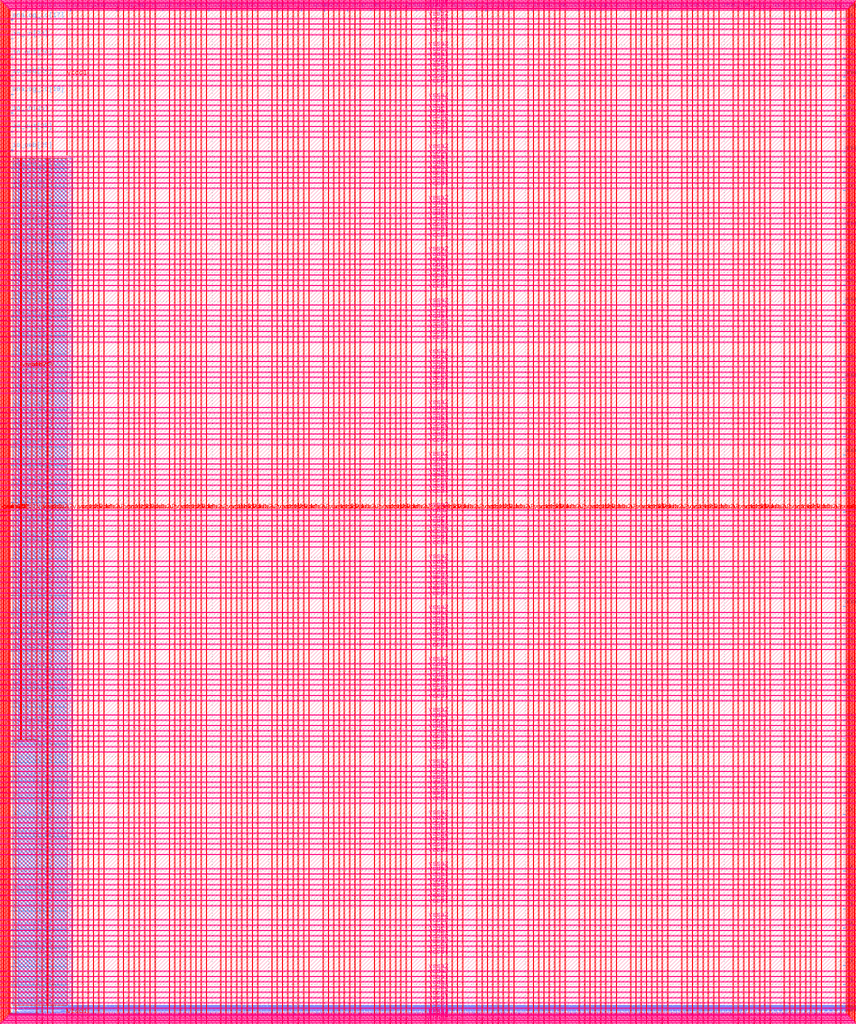
<source format=lef>
VERSION 5.7 ;
  NOWIREEXTENSIONATPIN ON ;
  DIVIDERCHAR "/" ;
  BUSBITCHARS "[]" ;
MACRO user_project_wrapper
  CLASS BLOCK ;
  FOREIGN user_project_wrapper ;
  ORIGIN 0.000 0.000 ;
  SIZE 2920.000 BY 3520.000 ;
  PIN analog_io[0]
    DIRECTION INOUT ;
    USE SIGNAL ;
    PORT
      LAYER met3 ;
        RECT 2917.600 1426.380 2924.800 1427.580 ;
    END
  END analog_io[0]
  PIN analog_io[10]
    DIRECTION INOUT ;
    USE SIGNAL ;
    PORT
      LAYER met2 ;
        RECT 2230.490 3517.600 2231.050 3524.800 ;
    END
  END analog_io[10]
  PIN analog_io[11]
    DIRECTION INOUT ;
    USE SIGNAL ;
    PORT
      LAYER met2 ;
        RECT 1905.730 3517.600 1906.290 3524.800 ;
    END
  END analog_io[11]
  PIN analog_io[12]
    DIRECTION INOUT ;
    USE SIGNAL ;
    PORT
      LAYER met2 ;
        RECT 1581.430 3517.600 1581.990 3524.800 ;
    END
  END analog_io[12]
  PIN analog_io[13]
    DIRECTION INOUT ;
    USE SIGNAL ;
    PORT
      LAYER met2 ;
        RECT 1257.130 3517.600 1257.690 3524.800 ;
    END
  END analog_io[13]
  PIN analog_io[14]
    DIRECTION INOUT ;
    USE SIGNAL ;
    PORT
      LAYER met2 ;
        RECT 932.370 3517.600 932.930 3524.800 ;
    END
  END analog_io[14]
  PIN analog_io[15]
    DIRECTION INOUT ;
    USE SIGNAL ;
    PORT
      LAYER met2 ;
        RECT 608.070 3517.600 608.630 3524.800 ;
    END
  END analog_io[15]
  PIN analog_io[16]
    DIRECTION INOUT ;
    USE SIGNAL ;
    PORT
      LAYER met2 ;
        RECT 283.770 3517.600 284.330 3524.800 ;
    END
  END analog_io[16]
  PIN analog_io[17]
    DIRECTION INOUT ;
    USE SIGNAL ;
    PORT
      LAYER met3 ;
        RECT -4.800 3486.100 2.400 3487.300 ;
    END
  END analog_io[17]
  PIN analog_io[18]
    DIRECTION INOUT ;
    USE SIGNAL ;
    PORT
      LAYER met3 ;
        RECT -4.800 3224.980 2.400 3226.180 ;
    END
  END analog_io[18]
  PIN analog_io[19]
    DIRECTION INOUT ;
    USE SIGNAL ;
    PORT
      LAYER met3 ;
        RECT -4.800 2964.540 2.400 2965.740 ;
    END
  END analog_io[19]
  PIN analog_io[1]
    DIRECTION INOUT ;
    USE SIGNAL ;
    PORT
      LAYER met3 ;
        RECT 2917.600 1692.260 2924.800 1693.460 ;
    END
  END analog_io[1]
  PIN analog_io[20]
    DIRECTION INOUT ;
    USE SIGNAL ;
    PORT
      LAYER met3 ;
        RECT -4.800 2703.420 2.400 2704.620 ;
    END
  END analog_io[20]
  PIN analog_io[21]
    DIRECTION INOUT ;
    USE SIGNAL ;
    PORT
      LAYER met3 ;
        RECT -4.800 2442.980 2.400 2444.180 ;
    END
  END analog_io[21]
  PIN analog_io[22]
    DIRECTION INOUT ;
    USE SIGNAL ;
    PORT
      LAYER met3 ;
        RECT -4.800 2182.540 2.400 2183.740 ;
    END
  END analog_io[22]
  PIN analog_io[23]
    DIRECTION INOUT ;
    USE SIGNAL ;
    PORT
      LAYER met3 ;
        RECT -4.800 1921.420 2.400 1922.620 ;
    END
  END analog_io[23]
  PIN analog_io[24]
    DIRECTION INOUT ;
    USE SIGNAL ;
    PORT
      LAYER met3 ;
        RECT -4.800 1660.980 2.400 1662.180 ;
    END
  END analog_io[24]
  PIN analog_io[25]
    DIRECTION INOUT ;
    USE SIGNAL ;
    PORT
      LAYER met3 ;
        RECT -4.800 1399.860 2.400 1401.060 ;
    END
  END analog_io[25]
  PIN analog_io[26]
    DIRECTION INOUT ;
    USE SIGNAL ;
    PORT
      LAYER met3 ;
        RECT -4.800 1139.420 2.400 1140.620 ;
    END
  END analog_io[26]
  PIN analog_io[27]
    DIRECTION INOUT ;
    USE SIGNAL ;
    PORT
      LAYER met3 ;
        RECT -4.800 878.980 2.400 880.180 ;
    END
  END analog_io[27]
  PIN analog_io[28]
    DIRECTION INOUT ;
    USE SIGNAL ;
    PORT
      LAYER met3 ;
        RECT -4.800 617.860 2.400 619.060 ;
    END
  END analog_io[28]
  PIN analog_io[2]
    DIRECTION INOUT ;
    USE SIGNAL ;
    PORT
      LAYER met3 ;
        RECT 2917.600 1958.140 2924.800 1959.340 ;
    END
  END analog_io[2]
  PIN analog_io[3]
    DIRECTION INOUT ;
    USE SIGNAL ;
    PORT
      LAYER met3 ;
        RECT 2917.600 2223.340 2924.800 2224.540 ;
    END
  END analog_io[3]
  PIN analog_io[4]
    DIRECTION INOUT ;
    USE SIGNAL ;
    PORT
      LAYER met3 ;
        RECT 2917.600 2489.220 2924.800 2490.420 ;
    END
  END analog_io[4]
  PIN analog_io[5]
    DIRECTION INOUT ;
    USE SIGNAL ;
    PORT
      LAYER met3 ;
        RECT 2917.600 2755.100 2924.800 2756.300 ;
    END
  END analog_io[5]
  PIN analog_io[6]
    DIRECTION INOUT ;
    USE SIGNAL ;
    PORT
      LAYER met3 ;
        RECT 2917.600 3020.300 2924.800 3021.500 ;
    END
  END analog_io[6]
  PIN analog_io[7]
    DIRECTION INOUT ;
    USE SIGNAL ;
    PORT
      LAYER met3 ;
        RECT 2917.600 3286.180 2924.800 3287.380 ;
    END
  END analog_io[7]
  PIN analog_io[8]
    DIRECTION INOUT ;
    USE SIGNAL ;
    PORT
      LAYER met2 ;
        RECT 2879.090 3517.600 2879.650 3524.800 ;
    END
  END analog_io[8]
  PIN analog_io[9]
    DIRECTION INOUT ;
    USE SIGNAL ;
    PORT
      LAYER met2 ;
        RECT 2554.790 3517.600 2555.350 3524.800 ;
    END
  END analog_io[9]
  PIN io_in[0]
    DIRECTION INPUT ;
    USE SIGNAL ;
    PORT
      LAYER met3 ;
        RECT 2917.600 32.380 2924.800 33.580 ;
    END
  END io_in[0]
  PIN io_in[10]
    DIRECTION INPUT ;
    USE SIGNAL ;
    PORT
      LAYER met3 ;
        RECT 2917.600 2289.980 2924.800 2291.180 ;
    END
  END io_in[10]
  PIN io_in[11]
    DIRECTION INPUT ;
    USE SIGNAL ;
    PORT
      LAYER met3 ;
        RECT 2917.600 2555.860 2924.800 2557.060 ;
    END
  END io_in[11]
  PIN io_in[12]
    DIRECTION INPUT ;
    USE SIGNAL ;
    PORT
      LAYER met3 ;
        RECT 2917.600 2821.060 2924.800 2822.260 ;
    END
  END io_in[12]
  PIN io_in[13]
    DIRECTION INPUT ;
    USE SIGNAL ;
    PORT
      LAYER met3 ;
        RECT 2917.600 3086.940 2924.800 3088.140 ;
    END
  END io_in[13]
  PIN io_in[14]
    DIRECTION INPUT ;
    USE SIGNAL ;
    PORT
      LAYER met3 ;
        RECT 2917.600 3352.820 2924.800 3354.020 ;
    END
  END io_in[14]
  PIN io_in[15]
    DIRECTION INPUT ;
    USE SIGNAL ;
    PORT
      LAYER met2 ;
        RECT 2798.130 3517.600 2798.690 3524.800 ;
    END
  END io_in[15]
  PIN io_in[16]
    DIRECTION INPUT ;
    USE SIGNAL ;
    PORT
      LAYER met2 ;
        RECT 2473.830 3517.600 2474.390 3524.800 ;
    END
  END io_in[16]
  PIN io_in[17]
    DIRECTION INPUT ;
    USE SIGNAL ;
    PORT
      LAYER met2 ;
        RECT 2149.070 3517.600 2149.630 3524.800 ;
    END
  END io_in[17]
  PIN io_in[18]
    DIRECTION INPUT ;
    USE SIGNAL ;
    PORT
      LAYER met2 ;
        RECT 1824.770 3517.600 1825.330 3524.800 ;
    END
  END io_in[18]
  PIN io_in[19]
    DIRECTION INPUT ;
    USE SIGNAL ;
    PORT
      LAYER met2 ;
        RECT 1500.470 3517.600 1501.030 3524.800 ;
    END
  END io_in[19]
  PIN io_in[1]
    DIRECTION INPUT ;
    USE SIGNAL ;
    PORT
      LAYER met3 ;
        RECT 2917.600 230.940 2924.800 232.140 ;
    END
  END io_in[1]
  PIN io_in[20]
    DIRECTION INPUT ;
    USE SIGNAL ;
    PORT
      LAYER met2 ;
        RECT 1175.710 3517.600 1176.270 3524.800 ;
    END
  END io_in[20]
  PIN io_in[21]
    DIRECTION INPUT ;
    USE SIGNAL ;
    PORT
      LAYER met2 ;
        RECT 851.410 3517.600 851.970 3524.800 ;
    END
  END io_in[21]
  PIN io_in[22]
    DIRECTION INPUT ;
    USE SIGNAL ;
    PORT
      LAYER met2 ;
        RECT 527.110 3517.600 527.670 3524.800 ;
    END
  END io_in[22]
  PIN io_in[23]
    DIRECTION INPUT ;
    USE SIGNAL ;
    PORT
      LAYER met2 ;
        RECT 202.350 3517.600 202.910 3524.800 ;
    END
  END io_in[23]
  PIN io_in[24]
    DIRECTION INPUT ;
    USE SIGNAL ;
    PORT
      LAYER met3 ;
        RECT -4.800 3420.820 2.400 3422.020 ;
    END
  END io_in[24]
  PIN io_in[25]
    DIRECTION INPUT ;
    USE SIGNAL ;
    PORT
      LAYER met3 ;
        RECT -4.800 3159.700 2.400 3160.900 ;
    END
  END io_in[25]
  PIN io_in[26]
    DIRECTION INPUT ;
    USE SIGNAL ;
    PORT
      LAYER met3 ;
        RECT -4.800 2899.260 2.400 2900.460 ;
    END
  END io_in[26]
  PIN io_in[27]
    DIRECTION INPUT ;
    USE SIGNAL ;
    PORT
      LAYER met3 ;
        RECT -4.800 2638.820 2.400 2640.020 ;
    END
  END io_in[27]
  PIN io_in[28]
    DIRECTION INPUT ;
    USE SIGNAL ;
    PORT
      LAYER met3 ;
        RECT -4.800 2377.700 2.400 2378.900 ;
    END
  END io_in[28]
  PIN io_in[29]
    DIRECTION INPUT ;
    USE SIGNAL ;
    PORT
      LAYER met3 ;
        RECT -4.800 2117.260 2.400 2118.460 ;
    END
  END io_in[29]
  PIN io_in[2]
    DIRECTION INPUT ;
    USE SIGNAL ;
    PORT
      LAYER met3 ;
        RECT 2917.600 430.180 2924.800 431.380 ;
    END
  END io_in[2]
  PIN io_in[30]
    DIRECTION INPUT ;
    USE SIGNAL ;
    PORT
      LAYER met3 ;
        RECT -4.800 1856.140 2.400 1857.340 ;
    END
  END io_in[30]
  PIN io_in[31]
    DIRECTION INPUT ;
    USE SIGNAL ;
    PORT
      LAYER met3 ;
        RECT -4.800 1595.700 2.400 1596.900 ;
    END
  END io_in[31]
  PIN io_in[32]
    DIRECTION INPUT ;
    USE SIGNAL ;
    PORT
      LAYER met3 ;
        RECT -4.800 1335.260 2.400 1336.460 ;
    END
  END io_in[32]
  PIN io_in[33]
    DIRECTION INPUT ;
    USE SIGNAL ;
    PORT
      LAYER met3 ;
        RECT -4.800 1074.140 2.400 1075.340 ;
    END
  END io_in[33]
  PIN io_in[34]
    DIRECTION INPUT ;
    USE SIGNAL ;
    PORT
      LAYER met3 ;
        RECT -4.800 813.700 2.400 814.900 ;
    END
  END io_in[34]
  PIN io_in[35]
    DIRECTION INPUT ;
    USE SIGNAL ;
    PORT
      LAYER met3 ;
        RECT -4.800 552.580 2.400 553.780 ;
    END
  END io_in[35]
  PIN io_in[36]
    DIRECTION INPUT ;
    USE SIGNAL ;
    PORT
      LAYER met3 ;
        RECT -4.800 357.420 2.400 358.620 ;
    END
  END io_in[36]
  PIN io_in[37]
    DIRECTION INPUT ;
    USE SIGNAL ;
    PORT
      LAYER met3 ;
        RECT -4.800 161.580 2.400 162.780 ;
    END
  END io_in[37]
  PIN io_in[3]
    DIRECTION INPUT ;
    USE SIGNAL ;
    PORT
      LAYER met3 ;
        RECT 2917.600 629.420 2924.800 630.620 ;
    END
  END io_in[3]
  PIN io_in[4]
    DIRECTION INPUT ;
    USE SIGNAL ;
    PORT
      LAYER met3 ;
        RECT 2917.600 828.660 2924.800 829.860 ;
    END
  END io_in[4]
  PIN io_in[5]
    DIRECTION INPUT ;
    USE SIGNAL ;
    PORT
      LAYER met3 ;
        RECT 2917.600 1027.900 2924.800 1029.100 ;
    END
  END io_in[5]
  PIN io_in[6]
    DIRECTION INPUT ;
    USE SIGNAL ;
    PORT
      LAYER met3 ;
        RECT 2917.600 1227.140 2924.800 1228.340 ;
    END
  END io_in[6]
  PIN io_in[7]
    DIRECTION INPUT ;
    USE SIGNAL ;
    PORT
      LAYER met3 ;
        RECT 2917.600 1493.020 2924.800 1494.220 ;
    END
  END io_in[7]
  PIN io_in[8]
    DIRECTION INPUT ;
    USE SIGNAL ;
    PORT
      LAYER met3 ;
        RECT 2917.600 1758.900 2924.800 1760.100 ;
    END
  END io_in[8]
  PIN io_in[9]
    DIRECTION INPUT ;
    USE SIGNAL ;
    PORT
      LAYER met3 ;
        RECT 2917.600 2024.100 2924.800 2025.300 ;
    END
  END io_in[9]
  PIN io_oeb[0]
    DIRECTION OUTPUT TRISTATE ;
    USE SIGNAL ;
    PORT
      LAYER met3 ;
        RECT 2917.600 164.980 2924.800 166.180 ;
    END
  END io_oeb[0]
  PIN io_oeb[10]
    DIRECTION OUTPUT TRISTATE ;
    USE SIGNAL ;
    PORT
      LAYER met3 ;
        RECT 2917.600 2422.580 2924.800 2423.780 ;
    END
  END io_oeb[10]
  PIN io_oeb[11]
    DIRECTION OUTPUT TRISTATE ;
    USE SIGNAL ;
    PORT
      LAYER met3 ;
        RECT 2917.600 2688.460 2924.800 2689.660 ;
    END
  END io_oeb[11]
  PIN io_oeb[12]
    DIRECTION OUTPUT TRISTATE ;
    USE SIGNAL ;
    PORT
      LAYER met3 ;
        RECT 2917.600 2954.340 2924.800 2955.540 ;
    END
  END io_oeb[12]
  PIN io_oeb[13]
    DIRECTION OUTPUT TRISTATE ;
    USE SIGNAL ;
    PORT
      LAYER met3 ;
        RECT 2917.600 3219.540 2924.800 3220.740 ;
    END
  END io_oeb[13]
  PIN io_oeb[14]
    DIRECTION OUTPUT TRISTATE ;
    USE SIGNAL ;
    PORT
      LAYER met3 ;
        RECT 2917.600 3485.420 2924.800 3486.620 ;
    END
  END io_oeb[14]
  PIN io_oeb[15]
    DIRECTION OUTPUT TRISTATE ;
    USE SIGNAL ;
    PORT
      LAYER met2 ;
        RECT 2635.750 3517.600 2636.310 3524.800 ;
    END
  END io_oeb[15]
  PIN io_oeb[16]
    DIRECTION OUTPUT TRISTATE ;
    USE SIGNAL ;
    PORT
      LAYER met2 ;
        RECT 2311.450 3517.600 2312.010 3524.800 ;
    END
  END io_oeb[16]
  PIN io_oeb[17]
    DIRECTION OUTPUT TRISTATE ;
    USE SIGNAL ;
    PORT
      LAYER met2 ;
        RECT 1987.150 3517.600 1987.710 3524.800 ;
    END
  END io_oeb[17]
  PIN io_oeb[18]
    DIRECTION OUTPUT TRISTATE ;
    USE SIGNAL ;
    PORT
      LAYER met2 ;
        RECT 1662.390 3517.600 1662.950 3524.800 ;
    END
  END io_oeb[18]
  PIN io_oeb[19]
    DIRECTION OUTPUT TRISTATE ;
    USE SIGNAL ;
    PORT
      LAYER met2 ;
        RECT 1338.090 3517.600 1338.650 3524.800 ;
    END
  END io_oeb[19]
  PIN io_oeb[1]
    DIRECTION OUTPUT TRISTATE ;
    USE SIGNAL ;
    PORT
      LAYER met3 ;
        RECT 2917.600 364.220 2924.800 365.420 ;
    END
  END io_oeb[1]
  PIN io_oeb[20]
    DIRECTION OUTPUT TRISTATE ;
    USE SIGNAL ;
    PORT
      LAYER met2 ;
        RECT 1013.790 3517.600 1014.350 3524.800 ;
    END
  END io_oeb[20]
  PIN io_oeb[21]
    DIRECTION OUTPUT TRISTATE ;
    USE SIGNAL ;
    PORT
      LAYER met2 ;
        RECT 689.030 3517.600 689.590 3524.800 ;
    END
  END io_oeb[21]
  PIN io_oeb[22]
    DIRECTION OUTPUT TRISTATE ;
    USE SIGNAL ;
    PORT
      LAYER met2 ;
        RECT 364.730 3517.600 365.290 3524.800 ;
    END
  END io_oeb[22]
  PIN io_oeb[23]
    DIRECTION OUTPUT TRISTATE ;
    USE SIGNAL ;
    PORT
      LAYER met2 ;
        RECT 40.430 3517.600 40.990 3524.800 ;
    END
  END io_oeb[23]
  PIN io_oeb[24]
    DIRECTION OUTPUT TRISTATE ;
    USE SIGNAL ;
    PORT
      LAYER met3 ;
        RECT -4.800 3290.260 2.400 3291.460 ;
    END
  END io_oeb[24]
  PIN io_oeb[25]
    DIRECTION OUTPUT TRISTATE ;
    USE SIGNAL ;
    PORT
      LAYER met3 ;
        RECT -4.800 3029.820 2.400 3031.020 ;
    END
  END io_oeb[25]
  PIN io_oeb[26]
    DIRECTION OUTPUT TRISTATE ;
    USE SIGNAL ;
    PORT
      LAYER met3 ;
        RECT -4.800 2768.700 2.400 2769.900 ;
    END
  END io_oeb[26]
  PIN io_oeb[27]
    DIRECTION OUTPUT TRISTATE ;
    USE SIGNAL ;
    PORT
      LAYER met3 ;
        RECT -4.800 2508.260 2.400 2509.460 ;
    END
  END io_oeb[27]
  PIN io_oeb[28]
    DIRECTION OUTPUT TRISTATE ;
    USE SIGNAL ;
    PORT
      LAYER met3 ;
        RECT -4.800 2247.140 2.400 2248.340 ;
    END
  END io_oeb[28]
  PIN io_oeb[29]
    DIRECTION OUTPUT TRISTATE ;
    USE SIGNAL ;
    PORT
      LAYER met3 ;
        RECT -4.800 1986.700 2.400 1987.900 ;
    END
  END io_oeb[29]
  PIN io_oeb[2]
    DIRECTION OUTPUT TRISTATE ;
    USE SIGNAL ;
    PORT
      LAYER met3 ;
        RECT 2917.600 563.460 2924.800 564.660 ;
    END
  END io_oeb[2]
  PIN io_oeb[30]
    DIRECTION OUTPUT TRISTATE ;
    USE SIGNAL ;
    PORT
      LAYER met3 ;
        RECT -4.800 1726.260 2.400 1727.460 ;
    END
  END io_oeb[30]
  PIN io_oeb[31]
    DIRECTION OUTPUT TRISTATE ;
    USE SIGNAL ;
    PORT
      LAYER met3 ;
        RECT -4.800 1465.140 2.400 1466.340 ;
    END
  END io_oeb[31]
  PIN io_oeb[32]
    DIRECTION OUTPUT TRISTATE ;
    USE SIGNAL ;
    PORT
      LAYER met3 ;
        RECT -4.800 1204.700 2.400 1205.900 ;
    END
  END io_oeb[32]
  PIN io_oeb[33]
    DIRECTION OUTPUT TRISTATE ;
    USE SIGNAL ;
    PORT
      LAYER met3 ;
        RECT -4.800 943.580 2.400 944.780 ;
    END
  END io_oeb[33]
  PIN io_oeb[34]
    DIRECTION OUTPUT TRISTATE ;
    USE SIGNAL ;
    PORT
      LAYER met3 ;
        RECT -4.800 683.140 2.400 684.340 ;
    END
  END io_oeb[34]
  PIN io_oeb[35]
    DIRECTION OUTPUT TRISTATE ;
    USE SIGNAL ;
    PORT
      LAYER met3 ;
        RECT -4.800 422.700 2.400 423.900 ;
    END
  END io_oeb[35]
  PIN io_oeb[36]
    DIRECTION OUTPUT TRISTATE ;
    USE SIGNAL ;
    PORT
      LAYER met3 ;
        RECT -4.800 226.860 2.400 228.060 ;
    END
  END io_oeb[36]
  PIN io_oeb[37]
    DIRECTION OUTPUT TRISTATE ;
    USE SIGNAL ;
    PORT
      LAYER met3 ;
        RECT -4.800 31.700 2.400 32.900 ;
    END
  END io_oeb[37]
  PIN io_oeb[3]
    DIRECTION OUTPUT TRISTATE ;
    USE SIGNAL ;
    PORT
      LAYER met3 ;
        RECT 2917.600 762.700 2924.800 763.900 ;
    END
  END io_oeb[3]
  PIN io_oeb[4]
    DIRECTION OUTPUT TRISTATE ;
    USE SIGNAL ;
    PORT
      LAYER met3 ;
        RECT 2917.600 961.940 2924.800 963.140 ;
    END
  END io_oeb[4]
  PIN io_oeb[5]
    DIRECTION OUTPUT TRISTATE ;
    USE SIGNAL ;
    PORT
      LAYER met3 ;
        RECT 2917.600 1161.180 2924.800 1162.380 ;
    END
  END io_oeb[5]
  PIN io_oeb[6]
    DIRECTION OUTPUT TRISTATE ;
    USE SIGNAL ;
    PORT
      LAYER met3 ;
        RECT 2917.600 1360.420 2924.800 1361.620 ;
    END
  END io_oeb[6]
  PIN io_oeb[7]
    DIRECTION OUTPUT TRISTATE ;
    USE SIGNAL ;
    PORT
      LAYER met3 ;
        RECT 2917.600 1625.620 2924.800 1626.820 ;
    END
  END io_oeb[7]
  PIN io_oeb[8]
    DIRECTION OUTPUT TRISTATE ;
    USE SIGNAL ;
    PORT
      LAYER met3 ;
        RECT 2917.600 1891.500 2924.800 1892.700 ;
    END
  END io_oeb[8]
  PIN io_oeb[9]
    DIRECTION OUTPUT TRISTATE ;
    USE SIGNAL ;
    PORT
      LAYER met3 ;
        RECT 2917.600 2157.380 2924.800 2158.580 ;
    END
  END io_oeb[9]
  PIN io_out[0]
    DIRECTION OUTPUT TRISTATE ;
    USE SIGNAL ;
    PORT
      LAYER met3 ;
        RECT 2917.600 98.340 2924.800 99.540 ;
    END
  END io_out[0]
  PIN io_out[10]
    DIRECTION OUTPUT TRISTATE ;
    USE SIGNAL ;
    PORT
      LAYER met3 ;
        RECT 2917.600 2356.620 2924.800 2357.820 ;
    END
  END io_out[10]
  PIN io_out[11]
    DIRECTION OUTPUT TRISTATE ;
    USE SIGNAL ;
    PORT
      LAYER met3 ;
        RECT 2917.600 2621.820 2924.800 2623.020 ;
    END
  END io_out[11]
  PIN io_out[12]
    DIRECTION OUTPUT TRISTATE ;
    USE SIGNAL ;
    PORT
      LAYER met3 ;
        RECT 2917.600 2887.700 2924.800 2888.900 ;
    END
  END io_out[12]
  PIN io_out[13]
    DIRECTION OUTPUT TRISTATE ;
    USE SIGNAL ;
    PORT
      LAYER met3 ;
        RECT 2917.600 3153.580 2924.800 3154.780 ;
    END
  END io_out[13]
  PIN io_out[14]
    DIRECTION OUTPUT TRISTATE ;
    USE SIGNAL ;
    PORT
      LAYER met3 ;
        RECT 2917.600 3418.780 2924.800 3419.980 ;
    END
  END io_out[14]
  PIN io_out[15]
    DIRECTION OUTPUT TRISTATE ;
    USE SIGNAL ;
    PORT
      LAYER met2 ;
        RECT 2717.170 3517.600 2717.730 3524.800 ;
    END
  END io_out[15]
  PIN io_out[16]
    DIRECTION OUTPUT TRISTATE ;
    USE SIGNAL ;
    PORT
      LAYER met2 ;
        RECT 2392.410 3517.600 2392.970 3524.800 ;
    END
  END io_out[16]
  PIN io_out[17]
    DIRECTION OUTPUT TRISTATE ;
    USE SIGNAL ;
    PORT
      LAYER met2 ;
        RECT 2068.110 3517.600 2068.670 3524.800 ;
    END
  END io_out[17]
  PIN io_out[18]
    DIRECTION OUTPUT TRISTATE ;
    USE SIGNAL ;
    PORT
      LAYER met2 ;
        RECT 1743.810 3517.600 1744.370 3524.800 ;
    END
  END io_out[18]
  PIN io_out[19]
    DIRECTION OUTPUT TRISTATE ;
    USE SIGNAL ;
    PORT
      LAYER met2 ;
        RECT 1419.050 3517.600 1419.610 3524.800 ;
    END
  END io_out[19]
  PIN io_out[1]
    DIRECTION OUTPUT TRISTATE ;
    USE SIGNAL ;
    PORT
      LAYER met3 ;
        RECT 2917.600 297.580 2924.800 298.780 ;
    END
  END io_out[1]
  PIN io_out[20]
    DIRECTION OUTPUT TRISTATE ;
    USE SIGNAL ;
    PORT
      LAYER met2 ;
        RECT 1094.750 3517.600 1095.310 3524.800 ;
    END
  END io_out[20]
  PIN io_out[21]
    DIRECTION OUTPUT TRISTATE ;
    USE SIGNAL ;
    PORT
      LAYER met2 ;
        RECT 770.450 3517.600 771.010 3524.800 ;
    END
  END io_out[21]
  PIN io_out[22]
    DIRECTION OUTPUT TRISTATE ;
    USE SIGNAL ;
    PORT
      LAYER met2 ;
        RECT 445.690 3517.600 446.250 3524.800 ;
    END
  END io_out[22]
  PIN io_out[23]
    DIRECTION OUTPUT TRISTATE ;
    USE SIGNAL ;
    PORT
      LAYER met2 ;
        RECT 121.390 3517.600 121.950 3524.800 ;
    END
  END io_out[23]
  PIN io_out[24]
    DIRECTION OUTPUT TRISTATE ;
    USE SIGNAL ;
    PORT
      LAYER met3 ;
        RECT -4.800 3355.540 2.400 3356.740 ;
    END
  END io_out[24]
  PIN io_out[25]
    DIRECTION OUTPUT TRISTATE ;
    USE SIGNAL ;
    PORT
      LAYER met3 ;
        RECT -4.800 3095.100 2.400 3096.300 ;
    END
  END io_out[25]
  PIN io_out[26]
    DIRECTION OUTPUT TRISTATE ;
    USE SIGNAL ;
    PORT
      LAYER met3 ;
        RECT -4.800 2833.980 2.400 2835.180 ;
    END
  END io_out[26]
  PIN io_out[27]
    DIRECTION OUTPUT TRISTATE ;
    USE SIGNAL ;
    PORT
      LAYER met3 ;
        RECT -4.800 2573.540 2.400 2574.740 ;
    END
  END io_out[27]
  PIN io_out[28]
    DIRECTION OUTPUT TRISTATE ;
    USE SIGNAL ;
    PORT
      LAYER met3 ;
        RECT -4.800 2312.420 2.400 2313.620 ;
    END
  END io_out[28]
  PIN io_out[29]
    DIRECTION OUTPUT TRISTATE ;
    USE SIGNAL ;
    PORT
      LAYER met3 ;
        RECT -4.800 2051.980 2.400 2053.180 ;
    END
  END io_out[29]
  PIN io_out[2]
    DIRECTION OUTPUT TRISTATE ;
    USE SIGNAL ;
    PORT
      LAYER met3 ;
        RECT 2917.600 496.820 2924.800 498.020 ;
    END
  END io_out[2]
  PIN io_out[30]
    DIRECTION OUTPUT TRISTATE ;
    USE SIGNAL ;
    PORT
      LAYER met3 ;
        RECT -4.800 1791.540 2.400 1792.740 ;
    END
  END io_out[30]
  PIN io_out[31]
    DIRECTION OUTPUT TRISTATE ;
    USE SIGNAL ;
    PORT
      LAYER met3 ;
        RECT -4.800 1530.420 2.400 1531.620 ;
    END
  END io_out[31]
  PIN io_out[32]
    DIRECTION OUTPUT TRISTATE ;
    USE SIGNAL ;
    PORT
      LAYER met3 ;
        RECT -4.800 1269.980 2.400 1271.180 ;
    END
  END io_out[32]
  PIN io_out[33]
    DIRECTION OUTPUT TRISTATE ;
    USE SIGNAL ;
    PORT
      LAYER met3 ;
        RECT -4.800 1008.860 2.400 1010.060 ;
    END
  END io_out[33]
  PIN io_out[34]
    DIRECTION OUTPUT TRISTATE ;
    USE SIGNAL ;
    PORT
      LAYER met3 ;
        RECT -4.800 748.420 2.400 749.620 ;
    END
  END io_out[34]
  PIN io_out[35]
    DIRECTION OUTPUT TRISTATE ;
    USE SIGNAL ;
    PORT
      LAYER met3 ;
        RECT -4.800 487.300 2.400 488.500 ;
    END
  END io_out[35]
  PIN io_out[36]
    DIRECTION OUTPUT TRISTATE ;
    USE SIGNAL ;
    PORT
      LAYER met3 ;
        RECT -4.800 292.140 2.400 293.340 ;
    END
  END io_out[36]
  PIN io_out[37]
    DIRECTION OUTPUT TRISTATE ;
    USE SIGNAL ;
    PORT
      LAYER met3 ;
        RECT -4.800 96.300 2.400 97.500 ;
    END
  END io_out[37]
  PIN io_out[3]
    DIRECTION OUTPUT TRISTATE ;
    USE SIGNAL ;
    PORT
      LAYER met3 ;
        RECT 2917.600 696.060 2924.800 697.260 ;
    END
  END io_out[3]
  PIN io_out[4]
    DIRECTION OUTPUT TRISTATE ;
    USE SIGNAL ;
    PORT
      LAYER met3 ;
        RECT 2917.600 895.300 2924.800 896.500 ;
    END
  END io_out[4]
  PIN io_out[5]
    DIRECTION OUTPUT TRISTATE ;
    USE SIGNAL ;
    PORT
      LAYER met3 ;
        RECT 2917.600 1094.540 2924.800 1095.740 ;
    END
  END io_out[5]
  PIN io_out[6]
    DIRECTION OUTPUT TRISTATE ;
    USE SIGNAL ;
    PORT
      LAYER met3 ;
        RECT 2917.600 1293.780 2924.800 1294.980 ;
    END
  END io_out[6]
  PIN io_out[7]
    DIRECTION OUTPUT TRISTATE ;
    USE SIGNAL ;
    PORT
      LAYER met3 ;
        RECT 2917.600 1559.660 2924.800 1560.860 ;
    END
  END io_out[7]
  PIN io_out[8]
    DIRECTION OUTPUT TRISTATE ;
    USE SIGNAL ;
    PORT
      LAYER met3 ;
        RECT 2917.600 1824.860 2924.800 1826.060 ;
    END
  END io_out[8]
  PIN io_out[9]
    DIRECTION OUTPUT TRISTATE ;
    USE SIGNAL ;
    PORT
      LAYER met3 ;
        RECT 2917.600 2090.740 2924.800 2091.940 ;
    END
  END io_out[9]
  PIN la_data_in[0]
    DIRECTION INPUT ;
    USE SIGNAL ;
    PORT
      LAYER met2 ;
        RECT 629.230 -4.800 629.790 2.400 ;
    END
  END la_data_in[0]
  PIN la_data_in[100]
    DIRECTION INPUT ;
    USE SIGNAL ;
    PORT
      LAYER met2 ;
        RECT 2402.530 -4.800 2403.090 2.400 ;
    END
  END la_data_in[100]
  PIN la_data_in[101]
    DIRECTION INPUT ;
    USE SIGNAL ;
    PORT
      LAYER met2 ;
        RECT 2420.010 -4.800 2420.570 2.400 ;
    END
  END la_data_in[101]
  PIN la_data_in[102]
    DIRECTION INPUT ;
    USE SIGNAL ;
    PORT
      LAYER met2 ;
        RECT 2437.950 -4.800 2438.510 2.400 ;
    END
  END la_data_in[102]
  PIN la_data_in[103]
    DIRECTION INPUT ;
    USE SIGNAL ;
    PORT
      LAYER met2 ;
        RECT 2455.430 -4.800 2455.990 2.400 ;
    END
  END la_data_in[103]
  PIN la_data_in[104]
    DIRECTION INPUT ;
    USE SIGNAL ;
    PORT
      LAYER met2 ;
        RECT 2473.370 -4.800 2473.930 2.400 ;
    END
  END la_data_in[104]
  PIN la_data_in[105]
    DIRECTION INPUT ;
    USE SIGNAL ;
    PORT
      LAYER met2 ;
        RECT 2490.850 -4.800 2491.410 2.400 ;
    END
  END la_data_in[105]
  PIN la_data_in[106]
    DIRECTION INPUT ;
    USE SIGNAL ;
    PORT
      LAYER met2 ;
        RECT 2508.790 -4.800 2509.350 2.400 ;
    END
  END la_data_in[106]
  PIN la_data_in[107]
    DIRECTION INPUT ;
    USE SIGNAL ;
    PORT
      LAYER met2 ;
        RECT 2526.730 -4.800 2527.290 2.400 ;
    END
  END la_data_in[107]
  PIN la_data_in[108]
    DIRECTION INPUT ;
    USE SIGNAL ;
    PORT
      LAYER met2 ;
        RECT 2544.210 -4.800 2544.770 2.400 ;
    END
  END la_data_in[108]
  PIN la_data_in[109]
    DIRECTION INPUT ;
    USE SIGNAL ;
    PORT
      LAYER met2 ;
        RECT 2562.150 -4.800 2562.710 2.400 ;
    END
  END la_data_in[109]
  PIN la_data_in[10]
    DIRECTION INPUT ;
    USE SIGNAL ;
    PORT
      LAYER met2 ;
        RECT 806.330 -4.800 806.890 2.400 ;
    END
  END la_data_in[10]
  PIN la_data_in[110]
    DIRECTION INPUT ;
    USE SIGNAL ;
    PORT
      LAYER met2 ;
        RECT 2579.630 -4.800 2580.190 2.400 ;
    END
  END la_data_in[110]
  PIN la_data_in[111]
    DIRECTION INPUT ;
    USE SIGNAL ;
    PORT
      LAYER met2 ;
        RECT 2597.570 -4.800 2598.130 2.400 ;
    END
  END la_data_in[111]
  PIN la_data_in[112]
    DIRECTION INPUT ;
    USE SIGNAL ;
    PORT
      LAYER met2 ;
        RECT 2615.050 -4.800 2615.610 2.400 ;
    END
  END la_data_in[112]
  PIN la_data_in[113]
    DIRECTION INPUT ;
    USE SIGNAL ;
    PORT
      LAYER met2 ;
        RECT 2632.990 -4.800 2633.550 2.400 ;
    END
  END la_data_in[113]
  PIN la_data_in[114]
    DIRECTION INPUT ;
    USE SIGNAL ;
    PORT
      LAYER met2 ;
        RECT 2650.470 -4.800 2651.030 2.400 ;
    END
  END la_data_in[114]
  PIN la_data_in[115]
    DIRECTION INPUT ;
    USE SIGNAL ;
    PORT
      LAYER met2 ;
        RECT 2668.410 -4.800 2668.970 2.400 ;
    END
  END la_data_in[115]
  PIN la_data_in[116]
    DIRECTION INPUT ;
    USE SIGNAL ;
    PORT
      LAYER met2 ;
        RECT 2685.890 -4.800 2686.450 2.400 ;
    END
  END la_data_in[116]
  PIN la_data_in[117]
    DIRECTION INPUT ;
    USE SIGNAL ;
    PORT
      LAYER met2 ;
        RECT 2703.830 -4.800 2704.390 2.400 ;
    END
  END la_data_in[117]
  PIN la_data_in[118]
    DIRECTION INPUT ;
    USE SIGNAL ;
    PORT
      LAYER met2 ;
        RECT 2721.770 -4.800 2722.330 2.400 ;
    END
  END la_data_in[118]
  PIN la_data_in[119]
    DIRECTION INPUT ;
    USE SIGNAL ;
    PORT
      LAYER met2 ;
        RECT 2739.250 -4.800 2739.810 2.400 ;
    END
  END la_data_in[119]
  PIN la_data_in[11]
    DIRECTION INPUT ;
    USE SIGNAL ;
    PORT
      LAYER met2 ;
        RECT 824.270 -4.800 824.830 2.400 ;
    END
  END la_data_in[11]
  PIN la_data_in[120]
    DIRECTION INPUT ;
    USE SIGNAL ;
    PORT
      LAYER met2 ;
        RECT 2757.190 -4.800 2757.750 2.400 ;
    END
  END la_data_in[120]
  PIN la_data_in[121]
    DIRECTION INPUT ;
    USE SIGNAL ;
    PORT
      LAYER met2 ;
        RECT 2774.670 -4.800 2775.230 2.400 ;
    END
  END la_data_in[121]
  PIN la_data_in[122]
    DIRECTION INPUT ;
    USE SIGNAL ;
    PORT
      LAYER met2 ;
        RECT 2792.610 -4.800 2793.170 2.400 ;
    END
  END la_data_in[122]
  PIN la_data_in[123]
    DIRECTION INPUT ;
    USE SIGNAL ;
    PORT
      LAYER met2 ;
        RECT 2810.090 -4.800 2810.650 2.400 ;
    END
  END la_data_in[123]
  PIN la_data_in[124]
    DIRECTION INPUT ;
    USE SIGNAL ;
    PORT
      LAYER met2 ;
        RECT 2828.030 -4.800 2828.590 2.400 ;
    END
  END la_data_in[124]
  PIN la_data_in[125]
    DIRECTION INPUT ;
    USE SIGNAL ;
    PORT
      LAYER met2 ;
        RECT 2845.510 -4.800 2846.070 2.400 ;
    END
  END la_data_in[125]
  PIN la_data_in[126]
    DIRECTION INPUT ;
    USE SIGNAL ;
    PORT
      LAYER met2 ;
        RECT 2863.450 -4.800 2864.010 2.400 ;
    END
  END la_data_in[126]
  PIN la_data_in[127]
    DIRECTION INPUT ;
    USE SIGNAL ;
    PORT
      LAYER met2 ;
        RECT 2881.390 -4.800 2881.950 2.400 ;
    END
  END la_data_in[127]
  PIN la_data_in[12]
    DIRECTION INPUT ;
    USE SIGNAL ;
    PORT
      LAYER met2 ;
        RECT 841.750 -4.800 842.310 2.400 ;
    END
  END la_data_in[12]
  PIN la_data_in[13]
    DIRECTION INPUT ;
    USE SIGNAL ;
    PORT
      LAYER met2 ;
        RECT 859.690 -4.800 860.250 2.400 ;
    END
  END la_data_in[13]
  PIN la_data_in[14]
    DIRECTION INPUT ;
    USE SIGNAL ;
    PORT
      LAYER met2 ;
        RECT 877.170 -4.800 877.730 2.400 ;
    END
  END la_data_in[14]
  PIN la_data_in[15]
    DIRECTION INPUT ;
    USE SIGNAL ;
    PORT
      LAYER met2 ;
        RECT 895.110 -4.800 895.670 2.400 ;
    END
  END la_data_in[15]
  PIN la_data_in[16]
    DIRECTION INPUT ;
    USE SIGNAL ;
    PORT
      LAYER met2 ;
        RECT 912.590 -4.800 913.150 2.400 ;
    END
  END la_data_in[16]
  PIN la_data_in[17]
    DIRECTION INPUT ;
    USE SIGNAL ;
    PORT
      LAYER met2 ;
        RECT 930.530 -4.800 931.090 2.400 ;
    END
  END la_data_in[17]
  PIN la_data_in[18]
    DIRECTION INPUT ;
    USE SIGNAL ;
    PORT
      LAYER met2 ;
        RECT 948.470 -4.800 949.030 2.400 ;
    END
  END la_data_in[18]
  PIN la_data_in[19]
    DIRECTION INPUT ;
    USE SIGNAL ;
    PORT
      LAYER met2 ;
        RECT 965.950 -4.800 966.510 2.400 ;
    END
  END la_data_in[19]
  PIN la_data_in[1]
    DIRECTION INPUT ;
    USE SIGNAL ;
    PORT
      LAYER met2 ;
        RECT 646.710 -4.800 647.270 2.400 ;
    END
  END la_data_in[1]
  PIN la_data_in[20]
    DIRECTION INPUT ;
    USE SIGNAL ;
    PORT
      LAYER met2 ;
        RECT 983.890 -4.800 984.450 2.400 ;
    END
  END la_data_in[20]
  PIN la_data_in[21]
    DIRECTION INPUT ;
    USE SIGNAL ;
    PORT
      LAYER met2 ;
        RECT 1001.370 -4.800 1001.930 2.400 ;
    END
  END la_data_in[21]
  PIN la_data_in[22]
    DIRECTION INPUT ;
    USE SIGNAL ;
    PORT
      LAYER met2 ;
        RECT 1019.310 -4.800 1019.870 2.400 ;
    END
  END la_data_in[22]
  PIN la_data_in[23]
    DIRECTION INPUT ;
    USE SIGNAL ;
    PORT
      LAYER met2 ;
        RECT 1036.790 -4.800 1037.350 2.400 ;
    END
  END la_data_in[23]
  PIN la_data_in[24]
    DIRECTION INPUT ;
    USE SIGNAL ;
    PORT
      LAYER met2 ;
        RECT 1054.730 -4.800 1055.290 2.400 ;
    END
  END la_data_in[24]
  PIN la_data_in[25]
    DIRECTION INPUT ;
    USE SIGNAL ;
    PORT
      LAYER met2 ;
        RECT 1072.210 -4.800 1072.770 2.400 ;
    END
  END la_data_in[25]
  PIN la_data_in[26]
    DIRECTION INPUT ;
    USE SIGNAL ;
    PORT
      LAYER met2 ;
        RECT 1090.150 -4.800 1090.710 2.400 ;
    END
  END la_data_in[26]
  PIN la_data_in[27]
    DIRECTION INPUT ;
    USE SIGNAL ;
    PORT
      LAYER met2 ;
        RECT 1107.630 -4.800 1108.190 2.400 ;
    END
  END la_data_in[27]
  PIN la_data_in[28]
    DIRECTION INPUT ;
    USE SIGNAL ;
    PORT
      LAYER met2 ;
        RECT 1125.570 -4.800 1126.130 2.400 ;
    END
  END la_data_in[28]
  PIN la_data_in[29]
    DIRECTION INPUT ;
    USE SIGNAL ;
    PORT
      LAYER met2 ;
        RECT 1143.510 -4.800 1144.070 2.400 ;
    END
  END la_data_in[29]
  PIN la_data_in[2]
    DIRECTION INPUT ;
    USE SIGNAL ;
    PORT
      LAYER met2 ;
        RECT 664.650 -4.800 665.210 2.400 ;
    END
  END la_data_in[2]
  PIN la_data_in[30]
    DIRECTION INPUT ;
    USE SIGNAL ;
    PORT
      LAYER met2 ;
        RECT 1160.990 -4.800 1161.550 2.400 ;
    END
  END la_data_in[30]
  PIN la_data_in[31]
    DIRECTION INPUT ;
    USE SIGNAL ;
    PORT
      LAYER met2 ;
        RECT 1178.930 -4.800 1179.490 2.400 ;
    END
  END la_data_in[31]
  PIN la_data_in[32]
    DIRECTION INPUT ;
    USE SIGNAL ;
    PORT
      LAYER met2 ;
        RECT 1196.410 -4.800 1196.970 2.400 ;
    END
  END la_data_in[32]
  PIN la_data_in[33]
    DIRECTION INPUT ;
    USE SIGNAL ;
    PORT
      LAYER met2 ;
        RECT 1214.350 -4.800 1214.910 2.400 ;
    END
  END la_data_in[33]
  PIN la_data_in[34]
    DIRECTION INPUT ;
    USE SIGNAL ;
    PORT
      LAYER met2 ;
        RECT 1231.830 -4.800 1232.390 2.400 ;
    END
  END la_data_in[34]
  PIN la_data_in[35]
    DIRECTION INPUT ;
    USE SIGNAL ;
    PORT
      LAYER met2 ;
        RECT 1249.770 -4.800 1250.330 2.400 ;
    END
  END la_data_in[35]
  PIN la_data_in[36]
    DIRECTION INPUT ;
    USE SIGNAL ;
    PORT
      LAYER met2 ;
        RECT 1267.250 -4.800 1267.810 2.400 ;
    END
  END la_data_in[36]
  PIN la_data_in[37]
    DIRECTION INPUT ;
    USE SIGNAL ;
    PORT
      LAYER met2 ;
        RECT 1285.190 -4.800 1285.750 2.400 ;
    END
  END la_data_in[37]
  PIN la_data_in[38]
    DIRECTION INPUT ;
    USE SIGNAL ;
    PORT
      LAYER met2 ;
        RECT 1303.130 -4.800 1303.690 2.400 ;
    END
  END la_data_in[38]
  PIN la_data_in[39]
    DIRECTION INPUT ;
    USE SIGNAL ;
    PORT
      LAYER met2 ;
        RECT 1320.610 -4.800 1321.170 2.400 ;
    END
  END la_data_in[39]
  PIN la_data_in[3]
    DIRECTION INPUT ;
    USE SIGNAL ;
    PORT
      LAYER met2 ;
        RECT 682.130 -4.800 682.690 2.400 ;
    END
  END la_data_in[3]
  PIN la_data_in[40]
    DIRECTION INPUT ;
    USE SIGNAL ;
    PORT
      LAYER met2 ;
        RECT 1338.550 -4.800 1339.110 2.400 ;
    END
  END la_data_in[40]
  PIN la_data_in[41]
    DIRECTION INPUT ;
    USE SIGNAL ;
    PORT
      LAYER met2 ;
        RECT 1356.030 -4.800 1356.590 2.400 ;
    END
  END la_data_in[41]
  PIN la_data_in[42]
    DIRECTION INPUT ;
    USE SIGNAL ;
    PORT
      LAYER met2 ;
        RECT 1373.970 -4.800 1374.530 2.400 ;
    END
  END la_data_in[42]
  PIN la_data_in[43]
    DIRECTION INPUT ;
    USE SIGNAL ;
    PORT
      LAYER met2 ;
        RECT 1391.450 -4.800 1392.010 2.400 ;
    END
  END la_data_in[43]
  PIN la_data_in[44]
    DIRECTION INPUT ;
    USE SIGNAL ;
    PORT
      LAYER met2 ;
        RECT 1409.390 -4.800 1409.950 2.400 ;
    END
  END la_data_in[44]
  PIN la_data_in[45]
    DIRECTION INPUT ;
    USE SIGNAL ;
    PORT
      LAYER met2 ;
        RECT 1426.870 -4.800 1427.430 2.400 ;
    END
  END la_data_in[45]
  PIN la_data_in[46]
    DIRECTION INPUT ;
    USE SIGNAL ;
    PORT
      LAYER met2 ;
        RECT 1444.810 -4.800 1445.370 2.400 ;
    END
  END la_data_in[46]
  PIN la_data_in[47]
    DIRECTION INPUT ;
    USE SIGNAL ;
    PORT
      LAYER met2 ;
        RECT 1462.750 -4.800 1463.310 2.400 ;
    END
  END la_data_in[47]
  PIN la_data_in[48]
    DIRECTION INPUT ;
    USE SIGNAL ;
    PORT
      LAYER met2 ;
        RECT 1480.230 -4.800 1480.790 2.400 ;
    END
  END la_data_in[48]
  PIN la_data_in[49]
    DIRECTION INPUT ;
    USE SIGNAL ;
    PORT
      LAYER met2 ;
        RECT 1498.170 -4.800 1498.730 2.400 ;
    END
  END la_data_in[49]
  PIN la_data_in[4]
    DIRECTION INPUT ;
    USE SIGNAL ;
    PORT
      LAYER met2 ;
        RECT 700.070 -4.800 700.630 2.400 ;
    END
  END la_data_in[4]
  PIN la_data_in[50]
    DIRECTION INPUT ;
    USE SIGNAL ;
    PORT
      LAYER met2 ;
        RECT 1515.650 -4.800 1516.210 2.400 ;
    END
  END la_data_in[50]
  PIN la_data_in[51]
    DIRECTION INPUT ;
    USE SIGNAL ;
    PORT
      LAYER met2 ;
        RECT 1533.590 -4.800 1534.150 2.400 ;
    END
  END la_data_in[51]
  PIN la_data_in[52]
    DIRECTION INPUT ;
    USE SIGNAL ;
    PORT
      LAYER met2 ;
        RECT 1551.070 -4.800 1551.630 2.400 ;
    END
  END la_data_in[52]
  PIN la_data_in[53]
    DIRECTION INPUT ;
    USE SIGNAL ;
    PORT
      LAYER met2 ;
        RECT 1569.010 -4.800 1569.570 2.400 ;
    END
  END la_data_in[53]
  PIN la_data_in[54]
    DIRECTION INPUT ;
    USE SIGNAL ;
    PORT
      LAYER met2 ;
        RECT 1586.490 -4.800 1587.050 2.400 ;
    END
  END la_data_in[54]
  PIN la_data_in[55]
    DIRECTION INPUT ;
    USE SIGNAL ;
    PORT
      LAYER met2 ;
        RECT 1604.430 -4.800 1604.990 2.400 ;
    END
  END la_data_in[55]
  PIN la_data_in[56]
    DIRECTION INPUT ;
    USE SIGNAL ;
    PORT
      LAYER met2 ;
        RECT 1621.910 -4.800 1622.470 2.400 ;
    END
  END la_data_in[56]
  PIN la_data_in[57]
    DIRECTION INPUT ;
    USE SIGNAL ;
    PORT
      LAYER met2 ;
        RECT 1639.850 -4.800 1640.410 2.400 ;
    END
  END la_data_in[57]
  PIN la_data_in[58]
    DIRECTION INPUT ;
    USE SIGNAL ;
    PORT
      LAYER met2 ;
        RECT 1657.790 -4.800 1658.350 2.400 ;
    END
  END la_data_in[58]
  PIN la_data_in[59]
    DIRECTION INPUT ;
    USE SIGNAL ;
    PORT
      LAYER met2 ;
        RECT 1675.270 -4.800 1675.830 2.400 ;
    END
  END la_data_in[59]
  PIN la_data_in[5]
    DIRECTION INPUT ;
    USE SIGNAL ;
    PORT
      LAYER met2 ;
        RECT 717.550 -4.800 718.110 2.400 ;
    END
  END la_data_in[5]
  PIN la_data_in[60]
    DIRECTION INPUT ;
    USE SIGNAL ;
    PORT
      LAYER met2 ;
        RECT 1693.210 -4.800 1693.770 2.400 ;
    END
  END la_data_in[60]
  PIN la_data_in[61]
    DIRECTION INPUT ;
    USE SIGNAL ;
    PORT
      LAYER met2 ;
        RECT 1710.690 -4.800 1711.250 2.400 ;
    END
  END la_data_in[61]
  PIN la_data_in[62]
    DIRECTION INPUT ;
    USE SIGNAL ;
    PORT
      LAYER met2 ;
        RECT 1728.630 -4.800 1729.190 2.400 ;
    END
  END la_data_in[62]
  PIN la_data_in[63]
    DIRECTION INPUT ;
    USE SIGNAL ;
    PORT
      LAYER met2 ;
        RECT 1746.110 -4.800 1746.670 2.400 ;
    END
  END la_data_in[63]
  PIN la_data_in[64]
    DIRECTION INPUT ;
    USE SIGNAL ;
    PORT
      LAYER met2 ;
        RECT 1764.050 -4.800 1764.610 2.400 ;
    END
  END la_data_in[64]
  PIN la_data_in[65]
    DIRECTION INPUT ;
    USE SIGNAL ;
    PORT
      LAYER met2 ;
        RECT 1781.530 -4.800 1782.090 2.400 ;
    END
  END la_data_in[65]
  PIN la_data_in[66]
    DIRECTION INPUT ;
    USE SIGNAL ;
    PORT
      LAYER met2 ;
        RECT 1799.470 -4.800 1800.030 2.400 ;
    END
  END la_data_in[66]
  PIN la_data_in[67]
    DIRECTION INPUT ;
    USE SIGNAL ;
    PORT
      LAYER met2 ;
        RECT 1817.410 -4.800 1817.970 2.400 ;
    END
  END la_data_in[67]
  PIN la_data_in[68]
    DIRECTION INPUT ;
    USE SIGNAL ;
    PORT
      LAYER met2 ;
        RECT 1834.890 -4.800 1835.450 2.400 ;
    END
  END la_data_in[68]
  PIN la_data_in[69]
    DIRECTION INPUT ;
    USE SIGNAL ;
    PORT
      LAYER met2 ;
        RECT 1852.830 -4.800 1853.390 2.400 ;
    END
  END la_data_in[69]
  PIN la_data_in[6]
    DIRECTION INPUT ;
    USE SIGNAL ;
    PORT
      LAYER met2 ;
        RECT 735.490 -4.800 736.050 2.400 ;
    END
  END la_data_in[6]
  PIN la_data_in[70]
    DIRECTION INPUT ;
    USE SIGNAL ;
    PORT
      LAYER met2 ;
        RECT 1870.310 -4.800 1870.870 2.400 ;
    END
  END la_data_in[70]
  PIN la_data_in[71]
    DIRECTION INPUT ;
    USE SIGNAL ;
    PORT
      LAYER met2 ;
        RECT 1888.250 -4.800 1888.810 2.400 ;
    END
  END la_data_in[71]
  PIN la_data_in[72]
    DIRECTION INPUT ;
    USE SIGNAL ;
    PORT
      LAYER met2 ;
        RECT 1905.730 -4.800 1906.290 2.400 ;
    END
  END la_data_in[72]
  PIN la_data_in[73]
    DIRECTION INPUT ;
    USE SIGNAL ;
    PORT
      LAYER met2 ;
        RECT 1923.670 -4.800 1924.230 2.400 ;
    END
  END la_data_in[73]
  PIN la_data_in[74]
    DIRECTION INPUT ;
    USE SIGNAL ;
    PORT
      LAYER met2 ;
        RECT 1941.150 -4.800 1941.710 2.400 ;
    END
  END la_data_in[74]
  PIN la_data_in[75]
    DIRECTION INPUT ;
    USE SIGNAL ;
    PORT
      LAYER met2 ;
        RECT 1959.090 -4.800 1959.650 2.400 ;
    END
  END la_data_in[75]
  PIN la_data_in[76]
    DIRECTION INPUT ;
    USE SIGNAL ;
    PORT
      LAYER met2 ;
        RECT 1976.570 -4.800 1977.130 2.400 ;
    END
  END la_data_in[76]
  PIN la_data_in[77]
    DIRECTION INPUT ;
    USE SIGNAL ;
    PORT
      LAYER met2 ;
        RECT 1994.510 -4.800 1995.070 2.400 ;
    END
  END la_data_in[77]
  PIN la_data_in[78]
    DIRECTION INPUT ;
    USE SIGNAL ;
    PORT
      LAYER met2 ;
        RECT 2012.450 -4.800 2013.010 2.400 ;
    END
  END la_data_in[78]
  PIN la_data_in[79]
    DIRECTION INPUT ;
    USE SIGNAL ;
    PORT
      LAYER met2 ;
        RECT 2029.930 -4.800 2030.490 2.400 ;
    END
  END la_data_in[79]
  PIN la_data_in[7]
    DIRECTION INPUT ;
    USE SIGNAL ;
    PORT
      LAYER met2 ;
        RECT 752.970 -4.800 753.530 2.400 ;
    END
  END la_data_in[7]
  PIN la_data_in[80]
    DIRECTION INPUT ;
    USE SIGNAL ;
    PORT
      LAYER met2 ;
        RECT 2047.870 -4.800 2048.430 2.400 ;
    END
  END la_data_in[80]
  PIN la_data_in[81]
    DIRECTION INPUT ;
    USE SIGNAL ;
    PORT
      LAYER met2 ;
        RECT 2065.350 -4.800 2065.910 2.400 ;
    END
  END la_data_in[81]
  PIN la_data_in[82]
    DIRECTION INPUT ;
    USE SIGNAL ;
    PORT
      LAYER met2 ;
        RECT 2083.290 -4.800 2083.850 2.400 ;
    END
  END la_data_in[82]
  PIN la_data_in[83]
    DIRECTION INPUT ;
    USE SIGNAL ;
    PORT
      LAYER met2 ;
        RECT 2100.770 -4.800 2101.330 2.400 ;
    END
  END la_data_in[83]
  PIN la_data_in[84]
    DIRECTION INPUT ;
    USE SIGNAL ;
    PORT
      LAYER met2 ;
        RECT 2118.710 -4.800 2119.270 2.400 ;
    END
  END la_data_in[84]
  PIN la_data_in[85]
    DIRECTION INPUT ;
    USE SIGNAL ;
    PORT
      LAYER met2 ;
        RECT 2136.190 -4.800 2136.750 2.400 ;
    END
  END la_data_in[85]
  PIN la_data_in[86]
    DIRECTION INPUT ;
    USE SIGNAL ;
    PORT
      LAYER met2 ;
        RECT 2154.130 -4.800 2154.690 2.400 ;
    END
  END la_data_in[86]
  PIN la_data_in[87]
    DIRECTION INPUT ;
    USE SIGNAL ;
    PORT
      LAYER met2 ;
        RECT 2172.070 -4.800 2172.630 2.400 ;
    END
  END la_data_in[87]
  PIN la_data_in[88]
    DIRECTION INPUT ;
    USE SIGNAL ;
    PORT
      LAYER met2 ;
        RECT 2189.550 -4.800 2190.110 2.400 ;
    END
  END la_data_in[88]
  PIN la_data_in[89]
    DIRECTION INPUT ;
    USE SIGNAL ;
    PORT
      LAYER met2 ;
        RECT 2207.490 -4.800 2208.050 2.400 ;
    END
  END la_data_in[89]
  PIN la_data_in[8]
    DIRECTION INPUT ;
    USE SIGNAL ;
    PORT
      LAYER met2 ;
        RECT 770.910 -4.800 771.470 2.400 ;
    END
  END la_data_in[8]
  PIN la_data_in[90]
    DIRECTION INPUT ;
    USE SIGNAL ;
    PORT
      LAYER met2 ;
        RECT 2224.970 -4.800 2225.530 2.400 ;
    END
  END la_data_in[90]
  PIN la_data_in[91]
    DIRECTION INPUT ;
    USE SIGNAL ;
    PORT
      LAYER met2 ;
        RECT 2242.910 -4.800 2243.470 2.400 ;
    END
  END la_data_in[91]
  PIN la_data_in[92]
    DIRECTION INPUT ;
    USE SIGNAL ;
    PORT
      LAYER met2 ;
        RECT 2260.390 -4.800 2260.950 2.400 ;
    END
  END la_data_in[92]
  PIN la_data_in[93]
    DIRECTION INPUT ;
    USE SIGNAL ;
    PORT
      LAYER met2 ;
        RECT 2278.330 -4.800 2278.890 2.400 ;
    END
  END la_data_in[93]
  PIN la_data_in[94]
    DIRECTION INPUT ;
    USE SIGNAL ;
    PORT
      LAYER met2 ;
        RECT 2295.810 -4.800 2296.370 2.400 ;
    END
  END la_data_in[94]
  PIN la_data_in[95]
    DIRECTION INPUT ;
    USE SIGNAL ;
    PORT
      LAYER met2 ;
        RECT 2313.750 -4.800 2314.310 2.400 ;
    END
  END la_data_in[95]
  PIN la_data_in[96]
    DIRECTION INPUT ;
    USE SIGNAL ;
    PORT
      LAYER met2 ;
        RECT 2331.230 -4.800 2331.790 2.400 ;
    END
  END la_data_in[96]
  PIN la_data_in[97]
    DIRECTION INPUT ;
    USE SIGNAL ;
    PORT
      LAYER met2 ;
        RECT 2349.170 -4.800 2349.730 2.400 ;
    END
  END la_data_in[97]
  PIN la_data_in[98]
    DIRECTION INPUT ;
    USE SIGNAL ;
    PORT
      LAYER met2 ;
        RECT 2367.110 -4.800 2367.670 2.400 ;
    END
  END la_data_in[98]
  PIN la_data_in[99]
    DIRECTION INPUT ;
    USE SIGNAL ;
    PORT
      LAYER met2 ;
        RECT 2384.590 -4.800 2385.150 2.400 ;
    END
  END la_data_in[99]
  PIN la_data_in[9]
    DIRECTION INPUT ;
    USE SIGNAL ;
    PORT
      LAYER met2 ;
        RECT 788.850 -4.800 789.410 2.400 ;
    END
  END la_data_in[9]
  PIN la_data_out[0]
    DIRECTION OUTPUT TRISTATE ;
    USE SIGNAL ;
    PORT
      LAYER met2 ;
        RECT 634.750 -4.800 635.310 2.400 ;
    END
  END la_data_out[0]
  PIN la_data_out[100]
    DIRECTION OUTPUT TRISTATE ;
    USE SIGNAL ;
    PORT
      LAYER met2 ;
        RECT 2408.510 -4.800 2409.070 2.400 ;
    END
  END la_data_out[100]
  PIN la_data_out[101]
    DIRECTION OUTPUT TRISTATE ;
    USE SIGNAL ;
    PORT
      LAYER met2 ;
        RECT 2425.990 -4.800 2426.550 2.400 ;
    END
  END la_data_out[101]
  PIN la_data_out[102]
    DIRECTION OUTPUT TRISTATE ;
    USE SIGNAL ;
    PORT
      LAYER met2 ;
        RECT 2443.930 -4.800 2444.490 2.400 ;
    END
  END la_data_out[102]
  PIN la_data_out[103]
    DIRECTION OUTPUT TRISTATE ;
    USE SIGNAL ;
    PORT
      LAYER met2 ;
        RECT 2461.410 -4.800 2461.970 2.400 ;
    END
  END la_data_out[103]
  PIN la_data_out[104]
    DIRECTION OUTPUT TRISTATE ;
    USE SIGNAL ;
    PORT
      LAYER met2 ;
        RECT 2479.350 -4.800 2479.910 2.400 ;
    END
  END la_data_out[104]
  PIN la_data_out[105]
    DIRECTION OUTPUT TRISTATE ;
    USE SIGNAL ;
    PORT
      LAYER met2 ;
        RECT 2496.830 -4.800 2497.390 2.400 ;
    END
  END la_data_out[105]
  PIN la_data_out[106]
    DIRECTION OUTPUT TRISTATE ;
    USE SIGNAL ;
    PORT
      LAYER met2 ;
        RECT 2514.770 -4.800 2515.330 2.400 ;
    END
  END la_data_out[106]
  PIN la_data_out[107]
    DIRECTION OUTPUT TRISTATE ;
    USE SIGNAL ;
    PORT
      LAYER met2 ;
        RECT 2532.250 -4.800 2532.810 2.400 ;
    END
  END la_data_out[107]
  PIN la_data_out[108]
    DIRECTION OUTPUT TRISTATE ;
    USE SIGNAL ;
    PORT
      LAYER met2 ;
        RECT 2550.190 -4.800 2550.750 2.400 ;
    END
  END la_data_out[108]
  PIN la_data_out[109]
    DIRECTION OUTPUT TRISTATE ;
    USE SIGNAL ;
    PORT
      LAYER met2 ;
        RECT 2567.670 -4.800 2568.230 2.400 ;
    END
  END la_data_out[109]
  PIN la_data_out[10]
    DIRECTION OUTPUT TRISTATE ;
    USE SIGNAL ;
    PORT
      LAYER met2 ;
        RECT 812.310 -4.800 812.870 2.400 ;
    END
  END la_data_out[10]
  PIN la_data_out[110]
    DIRECTION OUTPUT TRISTATE ;
    USE SIGNAL ;
    PORT
      LAYER met2 ;
        RECT 2585.610 -4.800 2586.170 2.400 ;
    END
  END la_data_out[110]
  PIN la_data_out[111]
    DIRECTION OUTPUT TRISTATE ;
    USE SIGNAL ;
    PORT
      LAYER met2 ;
        RECT 2603.550 -4.800 2604.110 2.400 ;
    END
  END la_data_out[111]
  PIN la_data_out[112]
    DIRECTION OUTPUT TRISTATE ;
    USE SIGNAL ;
    PORT
      LAYER met2 ;
        RECT 2621.030 -4.800 2621.590 2.400 ;
    END
  END la_data_out[112]
  PIN la_data_out[113]
    DIRECTION OUTPUT TRISTATE ;
    USE SIGNAL ;
    PORT
      LAYER met2 ;
        RECT 2638.970 -4.800 2639.530 2.400 ;
    END
  END la_data_out[113]
  PIN la_data_out[114]
    DIRECTION OUTPUT TRISTATE ;
    USE SIGNAL ;
    PORT
      LAYER met2 ;
        RECT 2656.450 -4.800 2657.010 2.400 ;
    END
  END la_data_out[114]
  PIN la_data_out[115]
    DIRECTION OUTPUT TRISTATE ;
    USE SIGNAL ;
    PORT
      LAYER met2 ;
        RECT 2674.390 -4.800 2674.950 2.400 ;
    END
  END la_data_out[115]
  PIN la_data_out[116]
    DIRECTION OUTPUT TRISTATE ;
    USE SIGNAL ;
    PORT
      LAYER met2 ;
        RECT 2691.870 -4.800 2692.430 2.400 ;
    END
  END la_data_out[116]
  PIN la_data_out[117]
    DIRECTION OUTPUT TRISTATE ;
    USE SIGNAL ;
    PORT
      LAYER met2 ;
        RECT 2709.810 -4.800 2710.370 2.400 ;
    END
  END la_data_out[117]
  PIN la_data_out[118]
    DIRECTION OUTPUT TRISTATE ;
    USE SIGNAL ;
    PORT
      LAYER met2 ;
        RECT 2727.290 -4.800 2727.850 2.400 ;
    END
  END la_data_out[118]
  PIN la_data_out[119]
    DIRECTION OUTPUT TRISTATE ;
    USE SIGNAL ;
    PORT
      LAYER met2 ;
        RECT 2745.230 -4.800 2745.790 2.400 ;
    END
  END la_data_out[119]
  PIN la_data_out[11]
    DIRECTION OUTPUT TRISTATE ;
    USE SIGNAL ;
    PORT
      LAYER met2 ;
        RECT 830.250 -4.800 830.810 2.400 ;
    END
  END la_data_out[11]
  PIN la_data_out[120]
    DIRECTION OUTPUT TRISTATE ;
    USE SIGNAL ;
    PORT
      LAYER met2 ;
        RECT 2763.170 -4.800 2763.730 2.400 ;
    END
  END la_data_out[120]
  PIN la_data_out[121]
    DIRECTION OUTPUT TRISTATE ;
    USE SIGNAL ;
    PORT
      LAYER met2 ;
        RECT 2780.650 -4.800 2781.210 2.400 ;
    END
  END la_data_out[121]
  PIN la_data_out[122]
    DIRECTION OUTPUT TRISTATE ;
    USE SIGNAL ;
    PORT
      LAYER met2 ;
        RECT 2798.590 -4.800 2799.150 2.400 ;
    END
  END la_data_out[122]
  PIN la_data_out[123]
    DIRECTION OUTPUT TRISTATE ;
    USE SIGNAL ;
    PORT
      LAYER met2 ;
        RECT 2816.070 -4.800 2816.630 2.400 ;
    END
  END la_data_out[123]
  PIN la_data_out[124]
    DIRECTION OUTPUT TRISTATE ;
    USE SIGNAL ;
    PORT
      LAYER met2 ;
        RECT 2834.010 -4.800 2834.570 2.400 ;
    END
  END la_data_out[124]
  PIN la_data_out[125]
    DIRECTION OUTPUT TRISTATE ;
    USE SIGNAL ;
    PORT
      LAYER met2 ;
        RECT 2851.490 -4.800 2852.050 2.400 ;
    END
  END la_data_out[125]
  PIN la_data_out[126]
    DIRECTION OUTPUT TRISTATE ;
    USE SIGNAL ;
    PORT
      LAYER met2 ;
        RECT 2869.430 -4.800 2869.990 2.400 ;
    END
  END la_data_out[126]
  PIN la_data_out[127]
    DIRECTION OUTPUT TRISTATE ;
    USE SIGNAL ;
    PORT
      LAYER met2 ;
        RECT 2886.910 -4.800 2887.470 2.400 ;
    END
  END la_data_out[127]
  PIN la_data_out[12]
    DIRECTION OUTPUT TRISTATE ;
    USE SIGNAL ;
    PORT
      LAYER met2 ;
        RECT 847.730 -4.800 848.290 2.400 ;
    END
  END la_data_out[12]
  PIN la_data_out[13]
    DIRECTION OUTPUT TRISTATE ;
    USE SIGNAL ;
    PORT
      LAYER met2 ;
        RECT 865.670 -4.800 866.230 2.400 ;
    END
  END la_data_out[13]
  PIN la_data_out[14]
    DIRECTION OUTPUT TRISTATE ;
    USE SIGNAL ;
    PORT
      LAYER met2 ;
        RECT 883.150 -4.800 883.710 2.400 ;
    END
  END la_data_out[14]
  PIN la_data_out[15]
    DIRECTION OUTPUT TRISTATE ;
    USE SIGNAL ;
    PORT
      LAYER met2 ;
        RECT 901.090 -4.800 901.650 2.400 ;
    END
  END la_data_out[15]
  PIN la_data_out[16]
    DIRECTION OUTPUT TRISTATE ;
    USE SIGNAL ;
    PORT
      LAYER met2 ;
        RECT 918.570 -4.800 919.130 2.400 ;
    END
  END la_data_out[16]
  PIN la_data_out[17]
    DIRECTION OUTPUT TRISTATE ;
    USE SIGNAL ;
    PORT
      LAYER met2 ;
        RECT 936.510 -4.800 937.070 2.400 ;
    END
  END la_data_out[17]
  PIN la_data_out[18]
    DIRECTION OUTPUT TRISTATE ;
    USE SIGNAL ;
    PORT
      LAYER met2 ;
        RECT 953.990 -4.800 954.550 2.400 ;
    END
  END la_data_out[18]
  PIN la_data_out[19]
    DIRECTION OUTPUT TRISTATE ;
    USE SIGNAL ;
    PORT
      LAYER met2 ;
        RECT 971.930 -4.800 972.490 2.400 ;
    END
  END la_data_out[19]
  PIN la_data_out[1]
    DIRECTION OUTPUT TRISTATE ;
    USE SIGNAL ;
    PORT
      LAYER met2 ;
        RECT 652.690 -4.800 653.250 2.400 ;
    END
  END la_data_out[1]
  PIN la_data_out[20]
    DIRECTION OUTPUT TRISTATE ;
    USE SIGNAL ;
    PORT
      LAYER met2 ;
        RECT 989.410 -4.800 989.970 2.400 ;
    END
  END la_data_out[20]
  PIN la_data_out[21]
    DIRECTION OUTPUT TRISTATE ;
    USE SIGNAL ;
    PORT
      LAYER met2 ;
        RECT 1007.350 -4.800 1007.910 2.400 ;
    END
  END la_data_out[21]
  PIN la_data_out[22]
    DIRECTION OUTPUT TRISTATE ;
    USE SIGNAL ;
    PORT
      LAYER met2 ;
        RECT 1025.290 -4.800 1025.850 2.400 ;
    END
  END la_data_out[22]
  PIN la_data_out[23]
    DIRECTION OUTPUT TRISTATE ;
    USE SIGNAL ;
    PORT
      LAYER met2 ;
        RECT 1042.770 -4.800 1043.330 2.400 ;
    END
  END la_data_out[23]
  PIN la_data_out[24]
    DIRECTION OUTPUT TRISTATE ;
    USE SIGNAL ;
    PORT
      LAYER met2 ;
        RECT 1060.710 -4.800 1061.270 2.400 ;
    END
  END la_data_out[24]
  PIN la_data_out[25]
    DIRECTION OUTPUT TRISTATE ;
    USE SIGNAL ;
    PORT
      LAYER met2 ;
        RECT 1078.190 -4.800 1078.750 2.400 ;
    END
  END la_data_out[25]
  PIN la_data_out[26]
    DIRECTION OUTPUT TRISTATE ;
    USE SIGNAL ;
    PORT
      LAYER met2 ;
        RECT 1096.130 -4.800 1096.690 2.400 ;
    END
  END la_data_out[26]
  PIN la_data_out[27]
    DIRECTION OUTPUT TRISTATE ;
    USE SIGNAL ;
    PORT
      LAYER met2 ;
        RECT 1113.610 -4.800 1114.170 2.400 ;
    END
  END la_data_out[27]
  PIN la_data_out[28]
    DIRECTION OUTPUT TRISTATE ;
    USE SIGNAL ;
    PORT
      LAYER met2 ;
        RECT 1131.550 -4.800 1132.110 2.400 ;
    END
  END la_data_out[28]
  PIN la_data_out[29]
    DIRECTION OUTPUT TRISTATE ;
    USE SIGNAL ;
    PORT
      LAYER met2 ;
        RECT 1149.030 -4.800 1149.590 2.400 ;
    END
  END la_data_out[29]
  PIN la_data_out[2]
    DIRECTION OUTPUT TRISTATE ;
    USE SIGNAL ;
    PORT
      LAYER met2 ;
        RECT 670.630 -4.800 671.190 2.400 ;
    END
  END la_data_out[2]
  PIN la_data_out[30]
    DIRECTION OUTPUT TRISTATE ;
    USE SIGNAL ;
    PORT
      LAYER met2 ;
        RECT 1166.970 -4.800 1167.530 2.400 ;
    END
  END la_data_out[30]
  PIN la_data_out[31]
    DIRECTION OUTPUT TRISTATE ;
    USE SIGNAL ;
    PORT
      LAYER met2 ;
        RECT 1184.910 -4.800 1185.470 2.400 ;
    END
  END la_data_out[31]
  PIN la_data_out[32]
    DIRECTION OUTPUT TRISTATE ;
    USE SIGNAL ;
    PORT
      LAYER met2 ;
        RECT 1202.390 -4.800 1202.950 2.400 ;
    END
  END la_data_out[32]
  PIN la_data_out[33]
    DIRECTION OUTPUT TRISTATE ;
    USE SIGNAL ;
    PORT
      LAYER met2 ;
        RECT 1220.330 -4.800 1220.890 2.400 ;
    END
  END la_data_out[33]
  PIN la_data_out[34]
    DIRECTION OUTPUT TRISTATE ;
    USE SIGNAL ;
    PORT
      LAYER met2 ;
        RECT 1237.810 -4.800 1238.370 2.400 ;
    END
  END la_data_out[34]
  PIN la_data_out[35]
    DIRECTION OUTPUT TRISTATE ;
    USE SIGNAL ;
    PORT
      LAYER met2 ;
        RECT 1255.750 -4.800 1256.310 2.400 ;
    END
  END la_data_out[35]
  PIN la_data_out[36]
    DIRECTION OUTPUT TRISTATE ;
    USE SIGNAL ;
    PORT
      LAYER met2 ;
        RECT 1273.230 -4.800 1273.790 2.400 ;
    END
  END la_data_out[36]
  PIN la_data_out[37]
    DIRECTION OUTPUT TRISTATE ;
    USE SIGNAL ;
    PORT
      LAYER met2 ;
        RECT 1291.170 -4.800 1291.730 2.400 ;
    END
  END la_data_out[37]
  PIN la_data_out[38]
    DIRECTION OUTPUT TRISTATE ;
    USE SIGNAL ;
    PORT
      LAYER met2 ;
        RECT 1308.650 -4.800 1309.210 2.400 ;
    END
  END la_data_out[38]
  PIN la_data_out[39]
    DIRECTION OUTPUT TRISTATE ;
    USE SIGNAL ;
    PORT
      LAYER met2 ;
        RECT 1326.590 -4.800 1327.150 2.400 ;
    END
  END la_data_out[39]
  PIN la_data_out[3]
    DIRECTION OUTPUT TRISTATE ;
    USE SIGNAL ;
    PORT
      LAYER met2 ;
        RECT 688.110 -4.800 688.670 2.400 ;
    END
  END la_data_out[3]
  PIN la_data_out[40]
    DIRECTION OUTPUT TRISTATE ;
    USE SIGNAL ;
    PORT
      LAYER met2 ;
        RECT 1344.070 -4.800 1344.630 2.400 ;
    END
  END la_data_out[40]
  PIN la_data_out[41]
    DIRECTION OUTPUT TRISTATE ;
    USE SIGNAL ;
    PORT
      LAYER met2 ;
        RECT 1362.010 -4.800 1362.570 2.400 ;
    END
  END la_data_out[41]
  PIN la_data_out[42]
    DIRECTION OUTPUT TRISTATE ;
    USE SIGNAL ;
    PORT
      LAYER met2 ;
        RECT 1379.950 -4.800 1380.510 2.400 ;
    END
  END la_data_out[42]
  PIN la_data_out[43]
    DIRECTION OUTPUT TRISTATE ;
    USE SIGNAL ;
    PORT
      LAYER met2 ;
        RECT 1397.430 -4.800 1397.990 2.400 ;
    END
  END la_data_out[43]
  PIN la_data_out[44]
    DIRECTION OUTPUT TRISTATE ;
    USE SIGNAL ;
    PORT
      LAYER met2 ;
        RECT 1415.370 -4.800 1415.930 2.400 ;
    END
  END la_data_out[44]
  PIN la_data_out[45]
    DIRECTION OUTPUT TRISTATE ;
    USE SIGNAL ;
    PORT
      LAYER met2 ;
        RECT 1432.850 -4.800 1433.410 2.400 ;
    END
  END la_data_out[45]
  PIN la_data_out[46]
    DIRECTION OUTPUT TRISTATE ;
    USE SIGNAL ;
    PORT
      LAYER met2 ;
        RECT 1450.790 -4.800 1451.350 2.400 ;
    END
  END la_data_out[46]
  PIN la_data_out[47]
    DIRECTION OUTPUT TRISTATE ;
    USE SIGNAL ;
    PORT
      LAYER met2 ;
        RECT 1468.270 -4.800 1468.830 2.400 ;
    END
  END la_data_out[47]
  PIN la_data_out[48]
    DIRECTION OUTPUT TRISTATE ;
    USE SIGNAL ;
    PORT
      LAYER met2 ;
        RECT 1486.210 -4.800 1486.770 2.400 ;
    END
  END la_data_out[48]
  PIN la_data_out[49]
    DIRECTION OUTPUT TRISTATE ;
    USE SIGNAL ;
    PORT
      LAYER met2 ;
        RECT 1503.690 -4.800 1504.250 2.400 ;
    END
  END la_data_out[49]
  PIN la_data_out[4]
    DIRECTION OUTPUT TRISTATE ;
    USE SIGNAL ;
    PORT
      LAYER met2 ;
        RECT 706.050 -4.800 706.610 2.400 ;
    END
  END la_data_out[4]
  PIN la_data_out[50]
    DIRECTION OUTPUT TRISTATE ;
    USE SIGNAL ;
    PORT
      LAYER met2 ;
        RECT 1521.630 -4.800 1522.190 2.400 ;
    END
  END la_data_out[50]
  PIN la_data_out[51]
    DIRECTION OUTPUT TRISTATE ;
    USE SIGNAL ;
    PORT
      LAYER met2 ;
        RECT 1539.570 -4.800 1540.130 2.400 ;
    END
  END la_data_out[51]
  PIN la_data_out[52]
    DIRECTION OUTPUT TRISTATE ;
    USE SIGNAL ;
    PORT
      LAYER met2 ;
        RECT 1557.050 -4.800 1557.610 2.400 ;
    END
  END la_data_out[52]
  PIN la_data_out[53]
    DIRECTION OUTPUT TRISTATE ;
    USE SIGNAL ;
    PORT
      LAYER met2 ;
        RECT 1574.990 -4.800 1575.550 2.400 ;
    END
  END la_data_out[53]
  PIN la_data_out[54]
    DIRECTION OUTPUT TRISTATE ;
    USE SIGNAL ;
    PORT
      LAYER met2 ;
        RECT 1592.470 -4.800 1593.030 2.400 ;
    END
  END la_data_out[54]
  PIN la_data_out[55]
    DIRECTION OUTPUT TRISTATE ;
    USE SIGNAL ;
    PORT
      LAYER met2 ;
        RECT 1610.410 -4.800 1610.970 2.400 ;
    END
  END la_data_out[55]
  PIN la_data_out[56]
    DIRECTION OUTPUT TRISTATE ;
    USE SIGNAL ;
    PORT
      LAYER met2 ;
        RECT 1627.890 -4.800 1628.450 2.400 ;
    END
  END la_data_out[56]
  PIN la_data_out[57]
    DIRECTION OUTPUT TRISTATE ;
    USE SIGNAL ;
    PORT
      LAYER met2 ;
        RECT 1645.830 -4.800 1646.390 2.400 ;
    END
  END la_data_out[57]
  PIN la_data_out[58]
    DIRECTION OUTPUT TRISTATE ;
    USE SIGNAL ;
    PORT
      LAYER met2 ;
        RECT 1663.310 -4.800 1663.870 2.400 ;
    END
  END la_data_out[58]
  PIN la_data_out[59]
    DIRECTION OUTPUT TRISTATE ;
    USE SIGNAL ;
    PORT
      LAYER met2 ;
        RECT 1681.250 -4.800 1681.810 2.400 ;
    END
  END la_data_out[59]
  PIN la_data_out[5]
    DIRECTION OUTPUT TRISTATE ;
    USE SIGNAL ;
    PORT
      LAYER met2 ;
        RECT 723.530 -4.800 724.090 2.400 ;
    END
  END la_data_out[5]
  PIN la_data_out[60]
    DIRECTION OUTPUT TRISTATE ;
    USE SIGNAL ;
    PORT
      LAYER met2 ;
        RECT 1699.190 -4.800 1699.750 2.400 ;
    END
  END la_data_out[60]
  PIN la_data_out[61]
    DIRECTION OUTPUT TRISTATE ;
    USE SIGNAL ;
    PORT
      LAYER met2 ;
        RECT 1716.670 -4.800 1717.230 2.400 ;
    END
  END la_data_out[61]
  PIN la_data_out[62]
    DIRECTION OUTPUT TRISTATE ;
    USE SIGNAL ;
    PORT
      LAYER met2 ;
        RECT 1734.610 -4.800 1735.170 2.400 ;
    END
  END la_data_out[62]
  PIN la_data_out[63]
    DIRECTION OUTPUT TRISTATE ;
    USE SIGNAL ;
    PORT
      LAYER met2 ;
        RECT 1752.090 -4.800 1752.650 2.400 ;
    END
  END la_data_out[63]
  PIN la_data_out[64]
    DIRECTION OUTPUT TRISTATE ;
    USE SIGNAL ;
    PORT
      LAYER met2 ;
        RECT 1770.030 -4.800 1770.590 2.400 ;
    END
  END la_data_out[64]
  PIN la_data_out[65]
    DIRECTION OUTPUT TRISTATE ;
    USE SIGNAL ;
    PORT
      LAYER met2 ;
        RECT 1787.510 -4.800 1788.070 2.400 ;
    END
  END la_data_out[65]
  PIN la_data_out[66]
    DIRECTION OUTPUT TRISTATE ;
    USE SIGNAL ;
    PORT
      LAYER met2 ;
        RECT 1805.450 -4.800 1806.010 2.400 ;
    END
  END la_data_out[66]
  PIN la_data_out[67]
    DIRECTION OUTPUT TRISTATE ;
    USE SIGNAL ;
    PORT
      LAYER met2 ;
        RECT 1822.930 -4.800 1823.490 2.400 ;
    END
  END la_data_out[67]
  PIN la_data_out[68]
    DIRECTION OUTPUT TRISTATE ;
    USE SIGNAL ;
    PORT
      LAYER met2 ;
        RECT 1840.870 -4.800 1841.430 2.400 ;
    END
  END la_data_out[68]
  PIN la_data_out[69]
    DIRECTION OUTPUT TRISTATE ;
    USE SIGNAL ;
    PORT
      LAYER met2 ;
        RECT 1858.350 -4.800 1858.910 2.400 ;
    END
  END la_data_out[69]
  PIN la_data_out[6]
    DIRECTION OUTPUT TRISTATE ;
    USE SIGNAL ;
    PORT
      LAYER met2 ;
        RECT 741.470 -4.800 742.030 2.400 ;
    END
  END la_data_out[6]
  PIN la_data_out[70]
    DIRECTION OUTPUT TRISTATE ;
    USE SIGNAL ;
    PORT
      LAYER met2 ;
        RECT 1876.290 -4.800 1876.850 2.400 ;
    END
  END la_data_out[70]
  PIN la_data_out[71]
    DIRECTION OUTPUT TRISTATE ;
    USE SIGNAL ;
    PORT
      LAYER met2 ;
        RECT 1894.230 -4.800 1894.790 2.400 ;
    END
  END la_data_out[71]
  PIN la_data_out[72]
    DIRECTION OUTPUT TRISTATE ;
    USE SIGNAL ;
    PORT
      LAYER met2 ;
        RECT 1911.710 -4.800 1912.270 2.400 ;
    END
  END la_data_out[72]
  PIN la_data_out[73]
    DIRECTION OUTPUT TRISTATE ;
    USE SIGNAL ;
    PORT
      LAYER met2 ;
        RECT 1929.650 -4.800 1930.210 2.400 ;
    END
  END la_data_out[73]
  PIN la_data_out[74]
    DIRECTION OUTPUT TRISTATE ;
    USE SIGNAL ;
    PORT
      LAYER met2 ;
        RECT 1947.130 -4.800 1947.690 2.400 ;
    END
  END la_data_out[74]
  PIN la_data_out[75]
    DIRECTION OUTPUT TRISTATE ;
    USE SIGNAL ;
    PORT
      LAYER met2 ;
        RECT 1965.070 -4.800 1965.630 2.400 ;
    END
  END la_data_out[75]
  PIN la_data_out[76]
    DIRECTION OUTPUT TRISTATE ;
    USE SIGNAL ;
    PORT
      LAYER met2 ;
        RECT 1982.550 -4.800 1983.110 2.400 ;
    END
  END la_data_out[76]
  PIN la_data_out[77]
    DIRECTION OUTPUT TRISTATE ;
    USE SIGNAL ;
    PORT
      LAYER met2 ;
        RECT 2000.490 -4.800 2001.050 2.400 ;
    END
  END la_data_out[77]
  PIN la_data_out[78]
    DIRECTION OUTPUT TRISTATE ;
    USE SIGNAL ;
    PORT
      LAYER met2 ;
        RECT 2017.970 -4.800 2018.530 2.400 ;
    END
  END la_data_out[78]
  PIN la_data_out[79]
    DIRECTION OUTPUT TRISTATE ;
    USE SIGNAL ;
    PORT
      LAYER met2 ;
        RECT 2035.910 -4.800 2036.470 2.400 ;
    END
  END la_data_out[79]
  PIN la_data_out[7]
    DIRECTION OUTPUT TRISTATE ;
    USE SIGNAL ;
    PORT
      LAYER met2 ;
        RECT 758.950 -4.800 759.510 2.400 ;
    END
  END la_data_out[7]
  PIN la_data_out[80]
    DIRECTION OUTPUT TRISTATE ;
    USE SIGNAL ;
    PORT
      LAYER met2 ;
        RECT 2053.850 -4.800 2054.410 2.400 ;
    END
  END la_data_out[80]
  PIN la_data_out[81]
    DIRECTION OUTPUT TRISTATE ;
    USE SIGNAL ;
    PORT
      LAYER met2 ;
        RECT 2071.330 -4.800 2071.890 2.400 ;
    END
  END la_data_out[81]
  PIN la_data_out[82]
    DIRECTION OUTPUT TRISTATE ;
    USE SIGNAL ;
    PORT
      LAYER met2 ;
        RECT 2089.270 -4.800 2089.830 2.400 ;
    END
  END la_data_out[82]
  PIN la_data_out[83]
    DIRECTION OUTPUT TRISTATE ;
    USE SIGNAL ;
    PORT
      LAYER met2 ;
        RECT 2106.750 -4.800 2107.310 2.400 ;
    END
  END la_data_out[83]
  PIN la_data_out[84]
    DIRECTION OUTPUT TRISTATE ;
    USE SIGNAL ;
    PORT
      LAYER met2 ;
        RECT 2124.690 -4.800 2125.250 2.400 ;
    END
  END la_data_out[84]
  PIN la_data_out[85]
    DIRECTION OUTPUT TRISTATE ;
    USE SIGNAL ;
    PORT
      LAYER met2 ;
        RECT 2142.170 -4.800 2142.730 2.400 ;
    END
  END la_data_out[85]
  PIN la_data_out[86]
    DIRECTION OUTPUT TRISTATE ;
    USE SIGNAL ;
    PORT
      LAYER met2 ;
        RECT 2160.110 -4.800 2160.670 2.400 ;
    END
  END la_data_out[86]
  PIN la_data_out[87]
    DIRECTION OUTPUT TRISTATE ;
    USE SIGNAL ;
    PORT
      LAYER met2 ;
        RECT 2177.590 -4.800 2178.150 2.400 ;
    END
  END la_data_out[87]
  PIN la_data_out[88]
    DIRECTION OUTPUT TRISTATE ;
    USE SIGNAL ;
    PORT
      LAYER met2 ;
        RECT 2195.530 -4.800 2196.090 2.400 ;
    END
  END la_data_out[88]
  PIN la_data_out[89]
    DIRECTION OUTPUT TRISTATE ;
    USE SIGNAL ;
    PORT
      LAYER met2 ;
        RECT 2213.010 -4.800 2213.570 2.400 ;
    END
  END la_data_out[89]
  PIN la_data_out[8]
    DIRECTION OUTPUT TRISTATE ;
    USE SIGNAL ;
    PORT
      LAYER met2 ;
        RECT 776.890 -4.800 777.450 2.400 ;
    END
  END la_data_out[8]
  PIN la_data_out[90]
    DIRECTION OUTPUT TRISTATE ;
    USE SIGNAL ;
    PORT
      LAYER met2 ;
        RECT 2230.950 -4.800 2231.510 2.400 ;
    END
  END la_data_out[90]
  PIN la_data_out[91]
    DIRECTION OUTPUT TRISTATE ;
    USE SIGNAL ;
    PORT
      LAYER met2 ;
        RECT 2248.890 -4.800 2249.450 2.400 ;
    END
  END la_data_out[91]
  PIN la_data_out[92]
    DIRECTION OUTPUT TRISTATE ;
    USE SIGNAL ;
    PORT
      LAYER met2 ;
        RECT 2266.370 -4.800 2266.930 2.400 ;
    END
  END la_data_out[92]
  PIN la_data_out[93]
    DIRECTION OUTPUT TRISTATE ;
    USE SIGNAL ;
    PORT
      LAYER met2 ;
        RECT 2284.310 -4.800 2284.870 2.400 ;
    END
  END la_data_out[93]
  PIN la_data_out[94]
    DIRECTION OUTPUT TRISTATE ;
    USE SIGNAL ;
    PORT
      LAYER met2 ;
        RECT 2301.790 -4.800 2302.350 2.400 ;
    END
  END la_data_out[94]
  PIN la_data_out[95]
    DIRECTION OUTPUT TRISTATE ;
    USE SIGNAL ;
    PORT
      LAYER met2 ;
        RECT 2319.730 -4.800 2320.290 2.400 ;
    END
  END la_data_out[95]
  PIN la_data_out[96]
    DIRECTION OUTPUT TRISTATE ;
    USE SIGNAL ;
    PORT
      LAYER met2 ;
        RECT 2337.210 -4.800 2337.770 2.400 ;
    END
  END la_data_out[96]
  PIN la_data_out[97]
    DIRECTION OUTPUT TRISTATE ;
    USE SIGNAL ;
    PORT
      LAYER met2 ;
        RECT 2355.150 -4.800 2355.710 2.400 ;
    END
  END la_data_out[97]
  PIN la_data_out[98]
    DIRECTION OUTPUT TRISTATE ;
    USE SIGNAL ;
    PORT
      LAYER met2 ;
        RECT 2372.630 -4.800 2373.190 2.400 ;
    END
  END la_data_out[98]
  PIN la_data_out[99]
    DIRECTION OUTPUT TRISTATE ;
    USE SIGNAL ;
    PORT
      LAYER met2 ;
        RECT 2390.570 -4.800 2391.130 2.400 ;
    END
  END la_data_out[99]
  PIN la_data_out[9]
    DIRECTION OUTPUT TRISTATE ;
    USE SIGNAL ;
    PORT
      LAYER met2 ;
        RECT 794.370 -4.800 794.930 2.400 ;
    END
  END la_data_out[9]
  PIN la_oenb[0]
    DIRECTION INPUT ;
    USE SIGNAL ;
    PORT
      LAYER met2 ;
        RECT 640.730 -4.800 641.290 2.400 ;
    END
  END la_oenb[0]
  PIN la_oenb[100]
    DIRECTION INPUT ;
    USE SIGNAL ;
    PORT
      LAYER met2 ;
        RECT 2414.030 -4.800 2414.590 2.400 ;
    END
  END la_oenb[100]
  PIN la_oenb[101]
    DIRECTION INPUT ;
    USE SIGNAL ;
    PORT
      LAYER met2 ;
        RECT 2431.970 -4.800 2432.530 2.400 ;
    END
  END la_oenb[101]
  PIN la_oenb[102]
    DIRECTION INPUT ;
    USE SIGNAL ;
    PORT
      LAYER met2 ;
        RECT 2449.450 -4.800 2450.010 2.400 ;
    END
  END la_oenb[102]
  PIN la_oenb[103]
    DIRECTION INPUT ;
    USE SIGNAL ;
    PORT
      LAYER met2 ;
        RECT 2467.390 -4.800 2467.950 2.400 ;
    END
  END la_oenb[103]
  PIN la_oenb[104]
    DIRECTION INPUT ;
    USE SIGNAL ;
    PORT
      LAYER met2 ;
        RECT 2485.330 -4.800 2485.890 2.400 ;
    END
  END la_oenb[104]
  PIN la_oenb[105]
    DIRECTION INPUT ;
    USE SIGNAL ;
    PORT
      LAYER met2 ;
        RECT 2502.810 -4.800 2503.370 2.400 ;
    END
  END la_oenb[105]
  PIN la_oenb[106]
    DIRECTION INPUT ;
    USE SIGNAL ;
    PORT
      LAYER met2 ;
        RECT 2520.750 -4.800 2521.310 2.400 ;
    END
  END la_oenb[106]
  PIN la_oenb[107]
    DIRECTION INPUT ;
    USE SIGNAL ;
    PORT
      LAYER met2 ;
        RECT 2538.230 -4.800 2538.790 2.400 ;
    END
  END la_oenb[107]
  PIN la_oenb[108]
    DIRECTION INPUT ;
    USE SIGNAL ;
    PORT
      LAYER met2 ;
        RECT 2556.170 -4.800 2556.730 2.400 ;
    END
  END la_oenb[108]
  PIN la_oenb[109]
    DIRECTION INPUT ;
    USE SIGNAL ;
    PORT
      LAYER met2 ;
        RECT 2573.650 -4.800 2574.210 2.400 ;
    END
  END la_oenb[109]
  PIN la_oenb[10]
    DIRECTION INPUT ;
    USE SIGNAL ;
    PORT
      LAYER met2 ;
        RECT 818.290 -4.800 818.850 2.400 ;
    END
  END la_oenb[10]
  PIN la_oenb[110]
    DIRECTION INPUT ;
    USE SIGNAL ;
    PORT
      LAYER met2 ;
        RECT 2591.590 -4.800 2592.150 2.400 ;
    END
  END la_oenb[110]
  PIN la_oenb[111]
    DIRECTION INPUT ;
    USE SIGNAL ;
    PORT
      LAYER met2 ;
        RECT 2609.070 -4.800 2609.630 2.400 ;
    END
  END la_oenb[111]
  PIN la_oenb[112]
    DIRECTION INPUT ;
    USE SIGNAL ;
    PORT
      LAYER met2 ;
        RECT 2627.010 -4.800 2627.570 2.400 ;
    END
  END la_oenb[112]
  PIN la_oenb[113]
    DIRECTION INPUT ;
    USE SIGNAL ;
    PORT
      LAYER met2 ;
        RECT 2644.950 -4.800 2645.510 2.400 ;
    END
  END la_oenb[113]
  PIN la_oenb[114]
    DIRECTION INPUT ;
    USE SIGNAL ;
    PORT
      LAYER met2 ;
        RECT 2662.430 -4.800 2662.990 2.400 ;
    END
  END la_oenb[114]
  PIN la_oenb[115]
    DIRECTION INPUT ;
    USE SIGNAL ;
    PORT
      LAYER met2 ;
        RECT 2680.370 -4.800 2680.930 2.400 ;
    END
  END la_oenb[115]
  PIN la_oenb[116]
    DIRECTION INPUT ;
    USE SIGNAL ;
    PORT
      LAYER met2 ;
        RECT 2697.850 -4.800 2698.410 2.400 ;
    END
  END la_oenb[116]
  PIN la_oenb[117]
    DIRECTION INPUT ;
    USE SIGNAL ;
    PORT
      LAYER met2 ;
        RECT 2715.790 -4.800 2716.350 2.400 ;
    END
  END la_oenb[117]
  PIN la_oenb[118]
    DIRECTION INPUT ;
    USE SIGNAL ;
    PORT
      LAYER met2 ;
        RECT 2733.270 -4.800 2733.830 2.400 ;
    END
  END la_oenb[118]
  PIN la_oenb[119]
    DIRECTION INPUT ;
    USE SIGNAL ;
    PORT
      LAYER met2 ;
        RECT 2751.210 -4.800 2751.770 2.400 ;
    END
  END la_oenb[119]
  PIN la_oenb[11]
    DIRECTION INPUT ;
    USE SIGNAL ;
    PORT
      LAYER met2 ;
        RECT 835.770 -4.800 836.330 2.400 ;
    END
  END la_oenb[11]
  PIN la_oenb[120]
    DIRECTION INPUT ;
    USE SIGNAL ;
    PORT
      LAYER met2 ;
        RECT 2768.690 -4.800 2769.250 2.400 ;
    END
  END la_oenb[120]
  PIN la_oenb[121]
    DIRECTION INPUT ;
    USE SIGNAL ;
    PORT
      LAYER met2 ;
        RECT 2786.630 -4.800 2787.190 2.400 ;
    END
  END la_oenb[121]
  PIN la_oenb[122]
    DIRECTION INPUT ;
    USE SIGNAL ;
    PORT
      LAYER met2 ;
        RECT 2804.110 -4.800 2804.670 2.400 ;
    END
  END la_oenb[122]
  PIN la_oenb[123]
    DIRECTION INPUT ;
    USE SIGNAL ;
    PORT
      LAYER met2 ;
        RECT 2822.050 -4.800 2822.610 2.400 ;
    END
  END la_oenb[123]
  PIN la_oenb[124]
    DIRECTION INPUT ;
    USE SIGNAL ;
    PORT
      LAYER met2 ;
        RECT 2839.990 -4.800 2840.550 2.400 ;
    END
  END la_oenb[124]
  PIN la_oenb[125]
    DIRECTION INPUT ;
    USE SIGNAL ;
    PORT
      LAYER met2 ;
        RECT 2857.470 -4.800 2858.030 2.400 ;
    END
  END la_oenb[125]
  PIN la_oenb[126]
    DIRECTION INPUT ;
    USE SIGNAL ;
    PORT
      LAYER met2 ;
        RECT 2875.410 -4.800 2875.970 2.400 ;
    END
  END la_oenb[126]
  PIN la_oenb[127]
    DIRECTION INPUT ;
    USE SIGNAL ;
    PORT
      LAYER met2 ;
        RECT 2892.890 -4.800 2893.450 2.400 ;
    END
  END la_oenb[127]
  PIN la_oenb[12]
    DIRECTION INPUT ;
    USE SIGNAL ;
    PORT
      LAYER met2 ;
        RECT 853.710 -4.800 854.270 2.400 ;
    END
  END la_oenb[12]
  PIN la_oenb[13]
    DIRECTION INPUT ;
    USE SIGNAL ;
    PORT
      LAYER met2 ;
        RECT 871.190 -4.800 871.750 2.400 ;
    END
  END la_oenb[13]
  PIN la_oenb[14]
    DIRECTION INPUT ;
    USE SIGNAL ;
    PORT
      LAYER met2 ;
        RECT 889.130 -4.800 889.690 2.400 ;
    END
  END la_oenb[14]
  PIN la_oenb[15]
    DIRECTION INPUT ;
    USE SIGNAL ;
    PORT
      LAYER met2 ;
        RECT 907.070 -4.800 907.630 2.400 ;
    END
  END la_oenb[15]
  PIN la_oenb[16]
    DIRECTION INPUT ;
    USE SIGNAL ;
    PORT
      LAYER met2 ;
        RECT 924.550 -4.800 925.110 2.400 ;
    END
  END la_oenb[16]
  PIN la_oenb[17]
    DIRECTION INPUT ;
    USE SIGNAL ;
    PORT
      LAYER met2 ;
        RECT 942.490 -4.800 943.050 2.400 ;
    END
  END la_oenb[17]
  PIN la_oenb[18]
    DIRECTION INPUT ;
    USE SIGNAL ;
    PORT
      LAYER met2 ;
        RECT 959.970 -4.800 960.530 2.400 ;
    END
  END la_oenb[18]
  PIN la_oenb[19]
    DIRECTION INPUT ;
    USE SIGNAL ;
    PORT
      LAYER met2 ;
        RECT 977.910 -4.800 978.470 2.400 ;
    END
  END la_oenb[19]
  PIN la_oenb[1]
    DIRECTION INPUT ;
    USE SIGNAL ;
    PORT
      LAYER met2 ;
        RECT 658.670 -4.800 659.230 2.400 ;
    END
  END la_oenb[1]
  PIN la_oenb[20]
    DIRECTION INPUT ;
    USE SIGNAL ;
    PORT
      LAYER met2 ;
        RECT 995.390 -4.800 995.950 2.400 ;
    END
  END la_oenb[20]
  PIN la_oenb[21]
    DIRECTION INPUT ;
    USE SIGNAL ;
    PORT
      LAYER met2 ;
        RECT 1013.330 -4.800 1013.890 2.400 ;
    END
  END la_oenb[21]
  PIN la_oenb[22]
    DIRECTION INPUT ;
    USE SIGNAL ;
    PORT
      LAYER met2 ;
        RECT 1030.810 -4.800 1031.370 2.400 ;
    END
  END la_oenb[22]
  PIN la_oenb[23]
    DIRECTION INPUT ;
    USE SIGNAL ;
    PORT
      LAYER met2 ;
        RECT 1048.750 -4.800 1049.310 2.400 ;
    END
  END la_oenb[23]
  PIN la_oenb[24]
    DIRECTION INPUT ;
    USE SIGNAL ;
    PORT
      LAYER met2 ;
        RECT 1066.690 -4.800 1067.250 2.400 ;
    END
  END la_oenb[24]
  PIN la_oenb[25]
    DIRECTION INPUT ;
    USE SIGNAL ;
    PORT
      LAYER met2 ;
        RECT 1084.170 -4.800 1084.730 2.400 ;
    END
  END la_oenb[25]
  PIN la_oenb[26]
    DIRECTION INPUT ;
    USE SIGNAL ;
    PORT
      LAYER met2 ;
        RECT 1102.110 -4.800 1102.670 2.400 ;
    END
  END la_oenb[26]
  PIN la_oenb[27]
    DIRECTION INPUT ;
    USE SIGNAL ;
    PORT
      LAYER met2 ;
        RECT 1119.590 -4.800 1120.150 2.400 ;
    END
  END la_oenb[27]
  PIN la_oenb[28]
    DIRECTION INPUT ;
    USE SIGNAL ;
    PORT
      LAYER met2 ;
        RECT 1137.530 -4.800 1138.090 2.400 ;
    END
  END la_oenb[28]
  PIN la_oenb[29]
    DIRECTION INPUT ;
    USE SIGNAL ;
    PORT
      LAYER met2 ;
        RECT 1155.010 -4.800 1155.570 2.400 ;
    END
  END la_oenb[29]
  PIN la_oenb[2]
    DIRECTION INPUT ;
    USE SIGNAL ;
    PORT
      LAYER met2 ;
        RECT 676.150 -4.800 676.710 2.400 ;
    END
  END la_oenb[2]
  PIN la_oenb[30]
    DIRECTION INPUT ;
    USE SIGNAL ;
    PORT
      LAYER met2 ;
        RECT 1172.950 -4.800 1173.510 2.400 ;
    END
  END la_oenb[30]
  PIN la_oenb[31]
    DIRECTION INPUT ;
    USE SIGNAL ;
    PORT
      LAYER met2 ;
        RECT 1190.430 -4.800 1190.990 2.400 ;
    END
  END la_oenb[31]
  PIN la_oenb[32]
    DIRECTION INPUT ;
    USE SIGNAL ;
    PORT
      LAYER met2 ;
        RECT 1208.370 -4.800 1208.930 2.400 ;
    END
  END la_oenb[32]
  PIN la_oenb[33]
    DIRECTION INPUT ;
    USE SIGNAL ;
    PORT
      LAYER met2 ;
        RECT 1225.850 -4.800 1226.410 2.400 ;
    END
  END la_oenb[33]
  PIN la_oenb[34]
    DIRECTION INPUT ;
    USE SIGNAL ;
    PORT
      LAYER met2 ;
        RECT 1243.790 -4.800 1244.350 2.400 ;
    END
  END la_oenb[34]
  PIN la_oenb[35]
    DIRECTION INPUT ;
    USE SIGNAL ;
    PORT
      LAYER met2 ;
        RECT 1261.730 -4.800 1262.290 2.400 ;
    END
  END la_oenb[35]
  PIN la_oenb[36]
    DIRECTION INPUT ;
    USE SIGNAL ;
    PORT
      LAYER met2 ;
        RECT 1279.210 -4.800 1279.770 2.400 ;
    END
  END la_oenb[36]
  PIN la_oenb[37]
    DIRECTION INPUT ;
    USE SIGNAL ;
    PORT
      LAYER met2 ;
        RECT 1297.150 -4.800 1297.710 2.400 ;
    END
  END la_oenb[37]
  PIN la_oenb[38]
    DIRECTION INPUT ;
    USE SIGNAL ;
    PORT
      LAYER met2 ;
        RECT 1314.630 -4.800 1315.190 2.400 ;
    END
  END la_oenb[38]
  PIN la_oenb[39]
    DIRECTION INPUT ;
    USE SIGNAL ;
    PORT
      LAYER met2 ;
        RECT 1332.570 -4.800 1333.130 2.400 ;
    END
  END la_oenb[39]
  PIN la_oenb[3]
    DIRECTION INPUT ;
    USE SIGNAL ;
    PORT
      LAYER met2 ;
        RECT 694.090 -4.800 694.650 2.400 ;
    END
  END la_oenb[3]
  PIN la_oenb[40]
    DIRECTION INPUT ;
    USE SIGNAL ;
    PORT
      LAYER met2 ;
        RECT 1350.050 -4.800 1350.610 2.400 ;
    END
  END la_oenb[40]
  PIN la_oenb[41]
    DIRECTION INPUT ;
    USE SIGNAL ;
    PORT
      LAYER met2 ;
        RECT 1367.990 -4.800 1368.550 2.400 ;
    END
  END la_oenb[41]
  PIN la_oenb[42]
    DIRECTION INPUT ;
    USE SIGNAL ;
    PORT
      LAYER met2 ;
        RECT 1385.470 -4.800 1386.030 2.400 ;
    END
  END la_oenb[42]
  PIN la_oenb[43]
    DIRECTION INPUT ;
    USE SIGNAL ;
    PORT
      LAYER met2 ;
        RECT 1403.410 -4.800 1403.970 2.400 ;
    END
  END la_oenb[43]
  PIN la_oenb[44]
    DIRECTION INPUT ;
    USE SIGNAL ;
    PORT
      LAYER met2 ;
        RECT 1421.350 -4.800 1421.910 2.400 ;
    END
  END la_oenb[44]
  PIN la_oenb[45]
    DIRECTION INPUT ;
    USE SIGNAL ;
    PORT
      LAYER met2 ;
        RECT 1438.830 -4.800 1439.390 2.400 ;
    END
  END la_oenb[45]
  PIN la_oenb[46]
    DIRECTION INPUT ;
    USE SIGNAL ;
    PORT
      LAYER met2 ;
        RECT 1456.770 -4.800 1457.330 2.400 ;
    END
  END la_oenb[46]
  PIN la_oenb[47]
    DIRECTION INPUT ;
    USE SIGNAL ;
    PORT
      LAYER met2 ;
        RECT 1474.250 -4.800 1474.810 2.400 ;
    END
  END la_oenb[47]
  PIN la_oenb[48]
    DIRECTION INPUT ;
    USE SIGNAL ;
    PORT
      LAYER met2 ;
        RECT 1492.190 -4.800 1492.750 2.400 ;
    END
  END la_oenb[48]
  PIN la_oenb[49]
    DIRECTION INPUT ;
    USE SIGNAL ;
    PORT
      LAYER met2 ;
        RECT 1509.670 -4.800 1510.230 2.400 ;
    END
  END la_oenb[49]
  PIN la_oenb[4]
    DIRECTION INPUT ;
    USE SIGNAL ;
    PORT
      LAYER met2 ;
        RECT 712.030 -4.800 712.590 2.400 ;
    END
  END la_oenb[4]
  PIN la_oenb[50]
    DIRECTION INPUT ;
    USE SIGNAL ;
    PORT
      LAYER met2 ;
        RECT 1527.610 -4.800 1528.170 2.400 ;
    END
  END la_oenb[50]
  PIN la_oenb[51]
    DIRECTION INPUT ;
    USE SIGNAL ;
    PORT
      LAYER met2 ;
        RECT 1545.090 -4.800 1545.650 2.400 ;
    END
  END la_oenb[51]
  PIN la_oenb[52]
    DIRECTION INPUT ;
    USE SIGNAL ;
    PORT
      LAYER met2 ;
        RECT 1563.030 -4.800 1563.590 2.400 ;
    END
  END la_oenb[52]
  PIN la_oenb[53]
    DIRECTION INPUT ;
    USE SIGNAL ;
    PORT
      LAYER met2 ;
        RECT 1580.970 -4.800 1581.530 2.400 ;
    END
  END la_oenb[53]
  PIN la_oenb[54]
    DIRECTION INPUT ;
    USE SIGNAL ;
    PORT
      LAYER met2 ;
        RECT 1598.450 -4.800 1599.010 2.400 ;
    END
  END la_oenb[54]
  PIN la_oenb[55]
    DIRECTION INPUT ;
    USE SIGNAL ;
    PORT
      LAYER met2 ;
        RECT 1616.390 -4.800 1616.950 2.400 ;
    END
  END la_oenb[55]
  PIN la_oenb[56]
    DIRECTION INPUT ;
    USE SIGNAL ;
    PORT
      LAYER met2 ;
        RECT 1633.870 -4.800 1634.430 2.400 ;
    END
  END la_oenb[56]
  PIN la_oenb[57]
    DIRECTION INPUT ;
    USE SIGNAL ;
    PORT
      LAYER met2 ;
        RECT 1651.810 -4.800 1652.370 2.400 ;
    END
  END la_oenb[57]
  PIN la_oenb[58]
    DIRECTION INPUT ;
    USE SIGNAL ;
    PORT
      LAYER met2 ;
        RECT 1669.290 -4.800 1669.850 2.400 ;
    END
  END la_oenb[58]
  PIN la_oenb[59]
    DIRECTION INPUT ;
    USE SIGNAL ;
    PORT
      LAYER met2 ;
        RECT 1687.230 -4.800 1687.790 2.400 ;
    END
  END la_oenb[59]
  PIN la_oenb[5]
    DIRECTION INPUT ;
    USE SIGNAL ;
    PORT
      LAYER met2 ;
        RECT 729.510 -4.800 730.070 2.400 ;
    END
  END la_oenb[5]
  PIN la_oenb[60]
    DIRECTION INPUT ;
    USE SIGNAL ;
    PORT
      LAYER met2 ;
        RECT 1704.710 -4.800 1705.270 2.400 ;
    END
  END la_oenb[60]
  PIN la_oenb[61]
    DIRECTION INPUT ;
    USE SIGNAL ;
    PORT
      LAYER met2 ;
        RECT 1722.650 -4.800 1723.210 2.400 ;
    END
  END la_oenb[61]
  PIN la_oenb[62]
    DIRECTION INPUT ;
    USE SIGNAL ;
    PORT
      LAYER met2 ;
        RECT 1740.130 -4.800 1740.690 2.400 ;
    END
  END la_oenb[62]
  PIN la_oenb[63]
    DIRECTION INPUT ;
    USE SIGNAL ;
    PORT
      LAYER met2 ;
        RECT 1758.070 -4.800 1758.630 2.400 ;
    END
  END la_oenb[63]
  PIN la_oenb[64]
    DIRECTION INPUT ;
    USE SIGNAL ;
    PORT
      LAYER met2 ;
        RECT 1776.010 -4.800 1776.570 2.400 ;
    END
  END la_oenb[64]
  PIN la_oenb[65]
    DIRECTION INPUT ;
    USE SIGNAL ;
    PORT
      LAYER met2 ;
        RECT 1793.490 -4.800 1794.050 2.400 ;
    END
  END la_oenb[65]
  PIN la_oenb[66]
    DIRECTION INPUT ;
    USE SIGNAL ;
    PORT
      LAYER met2 ;
        RECT 1811.430 -4.800 1811.990 2.400 ;
    END
  END la_oenb[66]
  PIN la_oenb[67]
    DIRECTION INPUT ;
    USE SIGNAL ;
    PORT
      LAYER met2 ;
        RECT 1828.910 -4.800 1829.470 2.400 ;
    END
  END la_oenb[67]
  PIN la_oenb[68]
    DIRECTION INPUT ;
    USE SIGNAL ;
    PORT
      LAYER met2 ;
        RECT 1846.850 -4.800 1847.410 2.400 ;
    END
  END la_oenb[68]
  PIN la_oenb[69]
    DIRECTION INPUT ;
    USE SIGNAL ;
    PORT
      LAYER met2 ;
        RECT 1864.330 -4.800 1864.890 2.400 ;
    END
  END la_oenb[69]
  PIN la_oenb[6]
    DIRECTION INPUT ;
    USE SIGNAL ;
    PORT
      LAYER met2 ;
        RECT 747.450 -4.800 748.010 2.400 ;
    END
  END la_oenb[6]
  PIN la_oenb[70]
    DIRECTION INPUT ;
    USE SIGNAL ;
    PORT
      LAYER met2 ;
        RECT 1882.270 -4.800 1882.830 2.400 ;
    END
  END la_oenb[70]
  PIN la_oenb[71]
    DIRECTION INPUT ;
    USE SIGNAL ;
    PORT
      LAYER met2 ;
        RECT 1899.750 -4.800 1900.310 2.400 ;
    END
  END la_oenb[71]
  PIN la_oenb[72]
    DIRECTION INPUT ;
    USE SIGNAL ;
    PORT
      LAYER met2 ;
        RECT 1917.690 -4.800 1918.250 2.400 ;
    END
  END la_oenb[72]
  PIN la_oenb[73]
    DIRECTION INPUT ;
    USE SIGNAL ;
    PORT
      LAYER met2 ;
        RECT 1935.630 -4.800 1936.190 2.400 ;
    END
  END la_oenb[73]
  PIN la_oenb[74]
    DIRECTION INPUT ;
    USE SIGNAL ;
    PORT
      LAYER met2 ;
        RECT 1953.110 -4.800 1953.670 2.400 ;
    END
  END la_oenb[74]
  PIN la_oenb[75]
    DIRECTION INPUT ;
    USE SIGNAL ;
    PORT
      LAYER met2 ;
        RECT 1971.050 -4.800 1971.610 2.400 ;
    END
  END la_oenb[75]
  PIN la_oenb[76]
    DIRECTION INPUT ;
    USE SIGNAL ;
    PORT
      LAYER met2 ;
        RECT 1988.530 -4.800 1989.090 2.400 ;
    END
  END la_oenb[76]
  PIN la_oenb[77]
    DIRECTION INPUT ;
    USE SIGNAL ;
    PORT
      LAYER met2 ;
        RECT 2006.470 -4.800 2007.030 2.400 ;
    END
  END la_oenb[77]
  PIN la_oenb[78]
    DIRECTION INPUT ;
    USE SIGNAL ;
    PORT
      LAYER met2 ;
        RECT 2023.950 -4.800 2024.510 2.400 ;
    END
  END la_oenb[78]
  PIN la_oenb[79]
    DIRECTION INPUT ;
    USE SIGNAL ;
    PORT
      LAYER met2 ;
        RECT 2041.890 -4.800 2042.450 2.400 ;
    END
  END la_oenb[79]
  PIN la_oenb[7]
    DIRECTION INPUT ;
    USE SIGNAL ;
    PORT
      LAYER met2 ;
        RECT 764.930 -4.800 765.490 2.400 ;
    END
  END la_oenb[7]
  PIN la_oenb[80]
    DIRECTION INPUT ;
    USE SIGNAL ;
    PORT
      LAYER met2 ;
        RECT 2059.370 -4.800 2059.930 2.400 ;
    END
  END la_oenb[80]
  PIN la_oenb[81]
    DIRECTION INPUT ;
    USE SIGNAL ;
    PORT
      LAYER met2 ;
        RECT 2077.310 -4.800 2077.870 2.400 ;
    END
  END la_oenb[81]
  PIN la_oenb[82]
    DIRECTION INPUT ;
    USE SIGNAL ;
    PORT
      LAYER met2 ;
        RECT 2094.790 -4.800 2095.350 2.400 ;
    END
  END la_oenb[82]
  PIN la_oenb[83]
    DIRECTION INPUT ;
    USE SIGNAL ;
    PORT
      LAYER met2 ;
        RECT 2112.730 -4.800 2113.290 2.400 ;
    END
  END la_oenb[83]
  PIN la_oenb[84]
    DIRECTION INPUT ;
    USE SIGNAL ;
    PORT
      LAYER met2 ;
        RECT 2130.670 -4.800 2131.230 2.400 ;
    END
  END la_oenb[84]
  PIN la_oenb[85]
    DIRECTION INPUT ;
    USE SIGNAL ;
    PORT
      LAYER met2 ;
        RECT 2148.150 -4.800 2148.710 2.400 ;
    END
  END la_oenb[85]
  PIN la_oenb[86]
    DIRECTION INPUT ;
    USE SIGNAL ;
    PORT
      LAYER met2 ;
        RECT 2166.090 -4.800 2166.650 2.400 ;
    END
  END la_oenb[86]
  PIN la_oenb[87]
    DIRECTION INPUT ;
    USE SIGNAL ;
    PORT
      LAYER met2 ;
        RECT 2183.570 -4.800 2184.130 2.400 ;
    END
  END la_oenb[87]
  PIN la_oenb[88]
    DIRECTION INPUT ;
    USE SIGNAL ;
    PORT
      LAYER met2 ;
        RECT 2201.510 -4.800 2202.070 2.400 ;
    END
  END la_oenb[88]
  PIN la_oenb[89]
    DIRECTION INPUT ;
    USE SIGNAL ;
    PORT
      LAYER met2 ;
        RECT 2218.990 -4.800 2219.550 2.400 ;
    END
  END la_oenb[89]
  PIN la_oenb[8]
    DIRECTION INPUT ;
    USE SIGNAL ;
    PORT
      LAYER met2 ;
        RECT 782.870 -4.800 783.430 2.400 ;
    END
  END la_oenb[8]
  PIN la_oenb[90]
    DIRECTION INPUT ;
    USE SIGNAL ;
    PORT
      LAYER met2 ;
        RECT 2236.930 -4.800 2237.490 2.400 ;
    END
  END la_oenb[90]
  PIN la_oenb[91]
    DIRECTION INPUT ;
    USE SIGNAL ;
    PORT
      LAYER met2 ;
        RECT 2254.410 -4.800 2254.970 2.400 ;
    END
  END la_oenb[91]
  PIN la_oenb[92]
    DIRECTION INPUT ;
    USE SIGNAL ;
    PORT
      LAYER met2 ;
        RECT 2272.350 -4.800 2272.910 2.400 ;
    END
  END la_oenb[92]
  PIN la_oenb[93]
    DIRECTION INPUT ;
    USE SIGNAL ;
    PORT
      LAYER met2 ;
        RECT 2290.290 -4.800 2290.850 2.400 ;
    END
  END la_oenb[93]
  PIN la_oenb[94]
    DIRECTION INPUT ;
    USE SIGNAL ;
    PORT
      LAYER met2 ;
        RECT 2307.770 -4.800 2308.330 2.400 ;
    END
  END la_oenb[94]
  PIN la_oenb[95]
    DIRECTION INPUT ;
    USE SIGNAL ;
    PORT
      LAYER met2 ;
        RECT 2325.710 -4.800 2326.270 2.400 ;
    END
  END la_oenb[95]
  PIN la_oenb[96]
    DIRECTION INPUT ;
    USE SIGNAL ;
    PORT
      LAYER met2 ;
        RECT 2343.190 -4.800 2343.750 2.400 ;
    END
  END la_oenb[96]
  PIN la_oenb[97]
    DIRECTION INPUT ;
    USE SIGNAL ;
    PORT
      LAYER met2 ;
        RECT 2361.130 -4.800 2361.690 2.400 ;
    END
  END la_oenb[97]
  PIN la_oenb[98]
    DIRECTION INPUT ;
    USE SIGNAL ;
    PORT
      LAYER met2 ;
        RECT 2378.610 -4.800 2379.170 2.400 ;
    END
  END la_oenb[98]
  PIN la_oenb[99]
    DIRECTION INPUT ;
    USE SIGNAL ;
    PORT
      LAYER met2 ;
        RECT 2396.550 -4.800 2397.110 2.400 ;
    END
  END la_oenb[99]
  PIN la_oenb[9]
    DIRECTION INPUT ;
    USE SIGNAL ;
    PORT
      LAYER met2 ;
        RECT 800.350 -4.800 800.910 2.400 ;
    END
  END la_oenb[9]
  PIN user_clock2
    DIRECTION INPUT ;
    USE SIGNAL ;
    PORT
      LAYER met2 ;
        RECT 2898.870 -4.800 2899.430 2.400 ;
    END
  END user_clock2
  PIN user_irq[0]
    DIRECTION OUTPUT TRISTATE ;
    USE SIGNAL ;
    PORT
      LAYER met2 ;
        RECT 2904.850 -4.800 2905.410 2.400 ;
    END
  END user_irq[0]
  PIN user_irq[1]
    DIRECTION OUTPUT TRISTATE ;
    USE SIGNAL ;
    PORT
      LAYER met2 ;
        RECT 2910.830 -4.800 2911.390 2.400 ;
    END
  END user_irq[1]
  PIN user_irq[2]
    DIRECTION OUTPUT TRISTATE ;
    USE SIGNAL ;
    PORT
      LAYER met2 ;
        RECT 2916.810 -4.800 2917.370 2.400 ;
    END
  END user_irq[2]
  PIN vccd1
    DIRECTION INOUT ;
    USE POWER ;
    PORT
      LAYER met4 ;
        RECT -10.030 -4.670 -6.930 3524.350 ;
    END
    PORT
      LAYER met5 ;
        RECT -10.030 -4.670 2929.650 -1.570 ;
    END
    PORT
      LAYER met5 ;
        RECT -10.030 3521.250 2929.650 3524.350 ;
    END
    PORT
      LAYER met4 ;
        RECT 2926.550 -4.670 2929.650 3524.350 ;
    END
    PORT
      LAYER met4 ;
        RECT 8.970 -38.270 12.070 3557.950 ;
    END
    PORT
      LAYER met4 ;
        RECT 188.970 -38.270 192.070 14.940 ;
    END
    PORT
      LAYER met4 ;
        RECT 188.970 3012.500 192.070 3557.950 ;
    END
    PORT
      LAYER met4 ;
        RECT 368.970 -38.270 372.070 3557.950 ;
    END
    PORT
      LAYER met4 ;
        RECT 548.970 -38.270 552.070 3557.950 ;
    END
    PORT
      LAYER met4 ;
        RECT 728.970 -38.270 732.070 3557.950 ;
    END
    PORT
      LAYER met4 ;
        RECT 908.970 -38.270 912.070 3557.950 ;
    END
    PORT
      LAYER met4 ;
        RECT 1088.970 -38.270 1092.070 3557.950 ;
    END
    PORT
      LAYER met4 ;
        RECT 1268.970 -38.270 1272.070 3557.950 ;
    END
    PORT
      LAYER met4 ;
        RECT 1448.970 -38.270 1452.070 3557.950 ;
    END
    PORT
      LAYER met4 ;
        RECT 1628.970 -38.270 1632.070 3557.950 ;
    END
    PORT
      LAYER met4 ;
        RECT 1808.970 -38.270 1812.070 3557.950 ;
    END
    PORT
      LAYER met4 ;
        RECT 1988.970 -38.270 1992.070 3557.950 ;
    END
    PORT
      LAYER met4 ;
        RECT 2168.970 -38.270 2172.070 3557.950 ;
    END
    PORT
      LAYER met4 ;
        RECT 2348.970 -38.270 2352.070 3557.950 ;
    END
    PORT
      LAYER met4 ;
        RECT 2528.970 -38.270 2532.070 3557.950 ;
    END
    PORT
      LAYER met4 ;
        RECT 2708.970 -38.270 2712.070 3557.950 ;
    END
    PORT
      LAYER met4 ;
        RECT 2888.970 -38.270 2892.070 3557.950 ;
    END
    PORT
      LAYER met5 ;
        RECT -43.630 14.330 2963.250 17.430 ;
    END
    PORT
      LAYER met5 ;
        RECT -43.630 194.330 2963.250 197.430 ;
    END
    PORT
      LAYER met5 ;
        RECT -43.630 374.330 2963.250 377.430 ;
    END
    PORT
      LAYER met5 ;
        RECT -43.630 554.330 2963.250 557.430 ;
    END
    PORT
      LAYER met5 ;
        RECT -43.630 734.330 2963.250 737.430 ;
    END
    PORT
      LAYER met5 ;
        RECT -43.630 914.330 2963.250 917.430 ;
    END
    PORT
      LAYER met5 ;
        RECT -43.630 1094.330 2963.250 1097.430 ;
    END
    PORT
      LAYER met5 ;
        RECT -43.630 1274.330 2963.250 1277.430 ;
    END
    PORT
      LAYER met5 ;
        RECT -43.630 1454.330 2963.250 1457.430 ;
    END
    PORT
      LAYER met5 ;
        RECT -43.630 1634.330 2963.250 1637.430 ;
    END
    PORT
      LAYER met5 ;
        RECT -43.630 1814.330 2963.250 1817.430 ;
    END
    PORT
      LAYER met5 ;
        RECT -43.630 1994.330 2963.250 1997.430 ;
    END
    PORT
      LAYER met5 ;
        RECT -43.630 2174.330 2963.250 2177.430 ;
    END
    PORT
      LAYER met5 ;
        RECT -43.630 2354.330 2963.250 2357.430 ;
    END
    PORT
      LAYER met5 ;
        RECT -43.630 2534.330 2963.250 2537.430 ;
    END
    PORT
      LAYER met5 ;
        RECT -43.630 2714.330 2963.250 2717.430 ;
    END
    PORT
      LAYER met5 ;
        RECT -43.630 2894.330 2963.250 2897.430 ;
    END
    PORT
      LAYER met5 ;
        RECT -43.630 3074.330 2963.250 3077.430 ;
    END
    PORT
      LAYER met5 ;
        RECT -43.630 3254.330 2963.250 3257.430 ;
    END
    PORT
      LAYER met5 ;
        RECT -43.630 3434.330 2963.250 3437.430 ;
    END
  END vccd1
  PIN vccd2
    DIRECTION INOUT ;
    USE POWER ;
    PORT
      LAYER met4 ;
        RECT -19.630 -14.270 -16.530 3533.950 ;
    END
    PORT
      LAYER met5 ;
        RECT -19.630 -14.270 2939.250 -11.170 ;
    END
    PORT
      LAYER met5 ;
        RECT -19.630 3530.850 2939.250 3533.950 ;
    END
    PORT
      LAYER met4 ;
        RECT 2936.150 -14.270 2939.250 3533.950 ;
    END
    PORT
      LAYER met4 ;
        RECT 46.170 959.165 49.270 3557.950 ;
    END
    PORT
      LAYER met4 ;
        RECT 226.170 -38.270 229.270 3557.950 ;
    END
    PORT
      LAYER met4 ;
        RECT 406.170 -38.270 409.270 3557.950 ;
    END
    PORT
      LAYER met4 ;
        RECT 586.170 -38.270 589.270 3557.950 ;
    END
    PORT
      LAYER met4 ;
        RECT 766.170 -38.270 769.270 3557.950 ;
    END
    PORT
      LAYER met4 ;
        RECT 946.170 -38.270 949.270 3557.950 ;
    END
    PORT
      LAYER met4 ;
        RECT 1126.170 -38.270 1129.270 3557.950 ;
    END
    PORT
      LAYER met4 ;
        RECT 1306.170 -38.270 1309.270 3557.950 ;
    END
    PORT
      LAYER met4 ;
        RECT 1486.170 -38.270 1489.270 3557.950 ;
    END
    PORT
      LAYER met4 ;
        RECT 1666.170 -38.270 1669.270 3557.950 ;
    END
    PORT
      LAYER met4 ;
        RECT 1846.170 -38.270 1849.270 3557.950 ;
    END
    PORT
      LAYER met4 ;
        RECT 2026.170 -38.270 2029.270 3557.950 ;
    END
    PORT
      LAYER met4 ;
        RECT 2206.170 -38.270 2209.270 3557.950 ;
    END
    PORT
      LAYER met4 ;
        RECT 2386.170 -38.270 2389.270 3557.950 ;
    END
    PORT
      LAYER met4 ;
        RECT 2566.170 -38.270 2569.270 3557.950 ;
    END
    PORT
      LAYER met4 ;
        RECT 2746.170 -38.270 2749.270 3557.950 ;
    END
    PORT
      LAYER met5 ;
        RECT -43.630 51.530 2963.250 54.630 ;
    END
    PORT
      LAYER met5 ;
        RECT -43.630 231.530 2963.250 234.630 ;
    END
    PORT
      LAYER met5 ;
        RECT -43.630 411.530 2963.250 414.630 ;
    END
    PORT
      LAYER met5 ;
        RECT -43.630 591.530 2963.250 594.630 ;
    END
    PORT
      LAYER met5 ;
        RECT -43.630 771.530 2963.250 774.630 ;
    END
    PORT
      LAYER met5 ;
        RECT -43.630 951.530 2963.250 954.630 ;
    END
    PORT
      LAYER met5 ;
        RECT -43.630 1131.530 2963.250 1134.630 ;
    END
    PORT
      LAYER met5 ;
        RECT -43.630 1311.530 2963.250 1314.630 ;
    END
    PORT
      LAYER met5 ;
        RECT -43.630 1491.530 2963.250 1494.630 ;
    END
    PORT
      LAYER met5 ;
        RECT -43.630 1671.530 2963.250 1674.630 ;
    END
    PORT
      LAYER met5 ;
        RECT -43.630 1851.530 2963.250 1854.630 ;
    END
    PORT
      LAYER met5 ;
        RECT -43.630 2031.530 2963.250 2034.630 ;
    END
    PORT
      LAYER met5 ;
        RECT -43.630 2211.530 2963.250 2214.630 ;
    END
    PORT
      LAYER met5 ;
        RECT -43.630 2391.530 2963.250 2394.630 ;
    END
    PORT
      LAYER met5 ;
        RECT -43.630 2571.530 2963.250 2574.630 ;
    END
    PORT
      LAYER met5 ;
        RECT -43.630 2751.530 2963.250 2754.630 ;
    END
    PORT
      LAYER met5 ;
        RECT -43.630 2931.530 2963.250 2934.630 ;
    END
    PORT
      LAYER met5 ;
        RECT -43.630 3111.530 2963.250 3114.630 ;
    END
    PORT
      LAYER met5 ;
        RECT -43.630 3291.530 2963.250 3294.630 ;
    END
    PORT
      LAYER met5 ;
        RECT -43.630 3471.530 2963.250 3474.630 ;
    END
  END vccd2
  PIN vdda1
    DIRECTION INOUT ;
    USE POWER ;
    PORT
      LAYER met4 ;
        RECT -29.230 -23.870 -26.130 3543.550 ;
    END
    PORT
      LAYER met5 ;
        RECT -29.230 -23.870 2948.850 -20.770 ;
    END
    PORT
      LAYER met5 ;
        RECT -29.230 3540.450 2948.850 3543.550 ;
    END
    PORT
      LAYER met4 ;
        RECT 2945.750 -23.870 2948.850 3543.550 ;
    END
    PORT
      LAYER met4 ;
        RECT 83.370 -38.270 86.470 3557.950 ;
    END
    PORT
      LAYER met4 ;
        RECT 263.370 -38.270 266.470 3557.950 ;
    END
    PORT
      LAYER met4 ;
        RECT 443.370 -38.270 446.470 3557.950 ;
    END
    PORT
      LAYER met4 ;
        RECT 623.370 -38.270 626.470 3557.950 ;
    END
    PORT
      LAYER met4 ;
        RECT 803.370 -38.270 806.470 3557.950 ;
    END
    PORT
      LAYER met4 ;
        RECT 983.370 -38.270 986.470 3557.950 ;
    END
    PORT
      LAYER met4 ;
        RECT 1163.370 -38.270 1166.470 3557.950 ;
    END
    PORT
      LAYER met4 ;
        RECT 1343.370 -38.270 1346.470 3557.950 ;
    END
    PORT
      LAYER met4 ;
        RECT 1523.370 -38.270 1526.470 3557.950 ;
    END
    PORT
      LAYER met4 ;
        RECT 1703.370 -38.270 1706.470 3557.950 ;
    END
    PORT
      LAYER met4 ;
        RECT 1883.370 -38.270 1886.470 3557.950 ;
    END
    PORT
      LAYER met4 ;
        RECT 2063.370 -38.270 2066.470 3557.950 ;
    END
    PORT
      LAYER met4 ;
        RECT 2243.370 -38.270 2246.470 3557.950 ;
    END
    PORT
      LAYER met4 ;
        RECT 2423.370 -38.270 2426.470 3557.950 ;
    END
    PORT
      LAYER met4 ;
        RECT 2603.370 -38.270 2606.470 3557.950 ;
    END
    PORT
      LAYER met4 ;
        RECT 2783.370 -38.270 2786.470 3557.950 ;
    END
    PORT
      LAYER met5 ;
        RECT -43.630 88.730 2963.250 91.830 ;
    END
    PORT
      LAYER met5 ;
        RECT -43.630 268.730 2963.250 271.830 ;
    END
    PORT
      LAYER met5 ;
        RECT -43.630 448.730 2963.250 451.830 ;
    END
    PORT
      LAYER met5 ;
        RECT -43.630 628.730 2963.250 631.830 ;
    END
    PORT
      LAYER met5 ;
        RECT -43.630 808.730 2963.250 811.830 ;
    END
    PORT
      LAYER met5 ;
        RECT -43.630 988.730 2963.250 991.830 ;
    END
    PORT
      LAYER met5 ;
        RECT -43.630 1168.730 2963.250 1171.830 ;
    END
    PORT
      LAYER met5 ;
        RECT -43.630 1348.730 2963.250 1351.830 ;
    END
    PORT
      LAYER met5 ;
        RECT -43.630 1528.730 2963.250 1531.830 ;
    END
    PORT
      LAYER met5 ;
        RECT -43.630 1708.730 2963.250 1711.830 ;
    END
    PORT
      LAYER met5 ;
        RECT -43.630 1888.730 2963.250 1891.830 ;
    END
    PORT
      LAYER met5 ;
        RECT -43.630 2068.730 2963.250 2071.830 ;
    END
    PORT
      LAYER met5 ;
        RECT -43.630 2248.730 2963.250 2251.830 ;
    END
    PORT
      LAYER met5 ;
        RECT -43.630 2428.730 2963.250 2431.830 ;
    END
    PORT
      LAYER met5 ;
        RECT -43.630 2608.730 2963.250 2611.830 ;
    END
    PORT
      LAYER met5 ;
        RECT -43.630 2788.730 2963.250 2791.830 ;
    END
    PORT
      LAYER met5 ;
        RECT -43.630 2968.730 2963.250 2971.830 ;
    END
    PORT
      LAYER met5 ;
        RECT -43.630 3148.730 2963.250 3151.830 ;
    END
    PORT
      LAYER met5 ;
        RECT -43.630 3328.730 2963.250 3331.830 ;
    END
  END vdda1
  PIN vdda2
    DIRECTION INOUT ;
    USE POWER ;
    PORT
      LAYER met4 ;
        RECT -38.830 -33.470 -35.730 3553.150 ;
    END
    PORT
      LAYER met5 ;
        RECT -38.830 -33.470 2958.450 -30.370 ;
    END
    PORT
      LAYER met5 ;
        RECT -38.830 3550.050 2958.450 3553.150 ;
    END
    PORT
      LAYER met4 ;
        RECT 2955.350 -33.470 2958.450 3553.150 ;
    END
    PORT
      LAYER met4 ;
        RECT 120.570 -38.270 123.670 3557.950 ;
    END
    PORT
      LAYER met4 ;
        RECT 300.570 -38.270 303.670 3557.950 ;
    END
    PORT
      LAYER met4 ;
        RECT 480.570 -38.270 483.670 3557.950 ;
    END
    PORT
      LAYER met4 ;
        RECT 660.570 -38.270 663.670 3557.950 ;
    END
    PORT
      LAYER met4 ;
        RECT 840.570 -38.270 843.670 3557.950 ;
    END
    PORT
      LAYER met4 ;
        RECT 1020.570 -38.270 1023.670 3557.950 ;
    END
    PORT
      LAYER met4 ;
        RECT 1200.570 -38.270 1203.670 3557.950 ;
    END
    PORT
      LAYER met4 ;
        RECT 1380.570 -38.270 1383.670 3557.950 ;
    END
    PORT
      LAYER met4 ;
        RECT 1560.570 -38.270 1563.670 3557.950 ;
    END
    PORT
      LAYER met4 ;
        RECT 1740.570 -38.270 1743.670 3557.950 ;
    END
    PORT
      LAYER met4 ;
        RECT 1920.570 -38.270 1923.670 3557.950 ;
    END
    PORT
      LAYER met4 ;
        RECT 2100.570 -38.270 2103.670 3557.950 ;
    END
    PORT
      LAYER met4 ;
        RECT 2280.570 -38.270 2283.670 3557.950 ;
    END
    PORT
      LAYER met4 ;
        RECT 2460.570 -38.270 2463.670 3557.950 ;
    END
    PORT
      LAYER met4 ;
        RECT 2640.570 -38.270 2643.670 3557.950 ;
    END
    PORT
      LAYER met4 ;
        RECT 2820.570 -38.270 2823.670 3557.950 ;
    END
    PORT
      LAYER met5 ;
        RECT -43.630 125.930 2963.250 129.030 ;
    END
    PORT
      LAYER met5 ;
        RECT -43.630 305.930 2963.250 309.030 ;
    END
    PORT
      LAYER met5 ;
        RECT -43.630 485.930 2963.250 489.030 ;
    END
    PORT
      LAYER met5 ;
        RECT -43.630 665.930 2963.250 669.030 ;
    END
    PORT
      LAYER met5 ;
        RECT -43.630 845.930 2963.250 849.030 ;
    END
    PORT
      LAYER met5 ;
        RECT -43.630 1025.930 2963.250 1029.030 ;
    END
    PORT
      LAYER met5 ;
        RECT -43.630 1205.930 2963.250 1209.030 ;
    END
    PORT
      LAYER met5 ;
        RECT -43.630 1385.930 2963.250 1389.030 ;
    END
    PORT
      LAYER met5 ;
        RECT -43.630 1565.930 2963.250 1569.030 ;
    END
    PORT
      LAYER met5 ;
        RECT -43.630 1745.930 2963.250 1749.030 ;
    END
    PORT
      LAYER met5 ;
        RECT -43.630 1925.930 2963.250 1929.030 ;
    END
    PORT
      LAYER met5 ;
        RECT -43.630 2105.930 2963.250 2109.030 ;
    END
    PORT
      LAYER met5 ;
        RECT -43.630 2285.930 2963.250 2289.030 ;
    END
    PORT
      LAYER met5 ;
        RECT -43.630 2465.930 2963.250 2469.030 ;
    END
    PORT
      LAYER met5 ;
        RECT -43.630 2645.930 2963.250 2649.030 ;
    END
    PORT
      LAYER met5 ;
        RECT -43.630 2825.930 2963.250 2829.030 ;
    END
    PORT
      LAYER met5 ;
        RECT -43.630 3005.930 2963.250 3009.030 ;
    END
    PORT
      LAYER met5 ;
        RECT -43.630 3185.930 2963.250 3189.030 ;
    END
    PORT
      LAYER met5 ;
        RECT -43.630 3365.930 2963.250 3369.030 ;
    END
  END vdda2
  PIN vssa1
    DIRECTION INOUT ;
    USE GROUND ;
    PORT
      LAYER met4 ;
        RECT -34.030 -28.670 -30.930 3548.350 ;
    END
    PORT
      LAYER met5 ;
        RECT -34.030 -28.670 2953.650 -25.570 ;
    END
    PORT
      LAYER met5 ;
        RECT -34.030 3545.250 2953.650 3548.350 ;
    END
    PORT
      LAYER met4 ;
        RECT 2950.550 -28.670 2953.650 3548.350 ;
    END
    PORT
      LAYER met4 ;
        RECT 101.970 -38.270 105.070 3557.950 ;
    END
    PORT
      LAYER met4 ;
        RECT 281.970 -38.270 285.070 3557.950 ;
    END
    PORT
      LAYER met4 ;
        RECT 461.970 -38.270 465.070 3557.950 ;
    END
    PORT
      LAYER met4 ;
        RECT 641.970 -38.270 645.070 3557.950 ;
    END
    PORT
      LAYER met4 ;
        RECT 821.970 -38.270 825.070 3557.950 ;
    END
    PORT
      LAYER met4 ;
        RECT 1001.970 -38.270 1005.070 3557.950 ;
    END
    PORT
      LAYER met4 ;
        RECT 1181.970 -38.270 1185.070 3557.950 ;
    END
    PORT
      LAYER met4 ;
        RECT 1361.970 -38.270 1365.070 3557.950 ;
    END
    PORT
      LAYER met4 ;
        RECT 1541.970 -38.270 1545.070 3557.950 ;
    END
    PORT
      LAYER met4 ;
        RECT 1721.970 -38.270 1725.070 3557.950 ;
    END
    PORT
      LAYER met4 ;
        RECT 1901.970 -38.270 1905.070 3557.950 ;
    END
    PORT
      LAYER met4 ;
        RECT 2081.970 -38.270 2085.070 3557.950 ;
    END
    PORT
      LAYER met4 ;
        RECT 2261.970 -38.270 2265.070 3557.950 ;
    END
    PORT
      LAYER met4 ;
        RECT 2441.970 -38.270 2445.070 3557.950 ;
    END
    PORT
      LAYER met4 ;
        RECT 2621.970 -38.270 2625.070 3557.950 ;
    END
    PORT
      LAYER met4 ;
        RECT 2801.970 -38.270 2805.070 3557.950 ;
    END
    PORT
      LAYER met5 ;
        RECT -43.630 107.330 2963.250 110.430 ;
    END
    PORT
      LAYER met5 ;
        RECT -43.630 287.330 2963.250 290.430 ;
    END
    PORT
      LAYER met5 ;
        RECT -43.630 467.330 2963.250 470.430 ;
    END
    PORT
      LAYER met5 ;
        RECT -43.630 647.330 2963.250 650.430 ;
    END
    PORT
      LAYER met5 ;
        RECT -43.630 827.330 2963.250 830.430 ;
    END
    PORT
      LAYER met5 ;
        RECT -43.630 1007.330 2963.250 1010.430 ;
    END
    PORT
      LAYER met5 ;
        RECT -43.630 1187.330 2963.250 1190.430 ;
    END
    PORT
      LAYER met5 ;
        RECT -43.630 1367.330 2963.250 1370.430 ;
    END
    PORT
      LAYER met5 ;
        RECT -43.630 1547.330 2963.250 1550.430 ;
    END
    PORT
      LAYER met5 ;
        RECT -43.630 1727.330 2963.250 1730.430 ;
    END
    PORT
      LAYER met5 ;
        RECT -43.630 1907.330 2963.250 1910.430 ;
    END
    PORT
      LAYER met5 ;
        RECT -43.630 2087.330 2963.250 2090.430 ;
    END
    PORT
      LAYER met5 ;
        RECT -43.630 2267.330 2963.250 2270.430 ;
    END
    PORT
      LAYER met5 ;
        RECT -43.630 2447.330 2963.250 2450.430 ;
    END
    PORT
      LAYER met5 ;
        RECT -43.630 2627.330 2963.250 2630.430 ;
    END
    PORT
      LAYER met5 ;
        RECT -43.630 2807.330 2963.250 2810.430 ;
    END
    PORT
      LAYER met5 ;
        RECT -43.630 2987.330 2963.250 2990.430 ;
    END
    PORT
      LAYER met5 ;
        RECT -43.630 3167.330 2963.250 3170.430 ;
    END
    PORT
      LAYER met5 ;
        RECT -43.630 3347.330 2963.250 3350.430 ;
    END
  END vssa1
  PIN vssa2
    DIRECTION INOUT ;
    USE GROUND ;
    PORT
      LAYER met4 ;
        RECT -43.630 -38.270 -40.530 3557.950 ;
    END
    PORT
      LAYER met5 ;
        RECT -43.630 -38.270 2963.250 -35.170 ;
    END
    PORT
      LAYER met5 ;
        RECT -43.630 3554.850 2963.250 3557.950 ;
    END
    PORT
      LAYER met4 ;
        RECT 2960.150 -38.270 2963.250 3557.950 ;
    END
    PORT
      LAYER met4 ;
        RECT 139.170 -38.270 142.270 3557.950 ;
    END
    PORT
      LAYER met4 ;
        RECT 319.170 -38.270 322.270 3557.950 ;
    END
    PORT
      LAYER met4 ;
        RECT 499.170 -38.270 502.270 3557.950 ;
    END
    PORT
      LAYER met4 ;
        RECT 679.170 -38.270 682.270 3557.950 ;
    END
    PORT
      LAYER met4 ;
        RECT 859.170 -38.270 862.270 3557.950 ;
    END
    PORT
      LAYER met4 ;
        RECT 1039.170 -38.270 1042.270 3557.950 ;
    END
    PORT
      LAYER met4 ;
        RECT 1219.170 -38.270 1222.270 3557.950 ;
    END
    PORT
      LAYER met4 ;
        RECT 1399.170 -38.270 1402.270 3557.950 ;
    END
    PORT
      LAYER met4 ;
        RECT 1579.170 -38.270 1582.270 3557.950 ;
    END
    PORT
      LAYER met4 ;
        RECT 1759.170 -38.270 1762.270 3557.950 ;
    END
    PORT
      LAYER met4 ;
        RECT 1939.170 -38.270 1942.270 3557.950 ;
    END
    PORT
      LAYER met4 ;
        RECT 2119.170 -38.270 2122.270 3557.950 ;
    END
    PORT
      LAYER met4 ;
        RECT 2299.170 -38.270 2302.270 3557.950 ;
    END
    PORT
      LAYER met4 ;
        RECT 2479.170 -38.270 2482.270 3557.950 ;
    END
    PORT
      LAYER met4 ;
        RECT 2659.170 -38.270 2662.270 3557.950 ;
    END
    PORT
      LAYER met4 ;
        RECT 2839.170 -38.270 2842.270 3557.950 ;
    END
    PORT
      LAYER met5 ;
        RECT -43.630 144.530 2963.250 147.630 ;
    END
    PORT
      LAYER met5 ;
        RECT -43.630 324.530 2963.250 327.630 ;
    END
    PORT
      LAYER met5 ;
        RECT -43.630 504.530 2963.250 507.630 ;
    END
    PORT
      LAYER met5 ;
        RECT -43.630 684.530 2963.250 687.630 ;
    END
    PORT
      LAYER met5 ;
        RECT -43.630 864.530 2963.250 867.630 ;
    END
    PORT
      LAYER met5 ;
        RECT -43.630 1044.530 2963.250 1047.630 ;
    END
    PORT
      LAYER met5 ;
        RECT -43.630 1224.530 2963.250 1227.630 ;
    END
    PORT
      LAYER met5 ;
        RECT -43.630 1404.530 2963.250 1407.630 ;
    END
    PORT
      LAYER met5 ;
        RECT -43.630 1584.530 2963.250 1587.630 ;
    END
    PORT
      LAYER met5 ;
        RECT -43.630 1764.530 2963.250 1767.630 ;
    END
    PORT
      LAYER met5 ;
        RECT -43.630 1944.530 2963.250 1947.630 ;
    END
    PORT
      LAYER met5 ;
        RECT -43.630 2124.530 2963.250 2127.630 ;
    END
    PORT
      LAYER met5 ;
        RECT -43.630 2304.530 2963.250 2307.630 ;
    END
    PORT
      LAYER met5 ;
        RECT -43.630 2484.530 2963.250 2487.630 ;
    END
    PORT
      LAYER met5 ;
        RECT -43.630 2664.530 2963.250 2667.630 ;
    END
    PORT
      LAYER met5 ;
        RECT -43.630 2844.530 2963.250 2847.630 ;
    END
    PORT
      LAYER met5 ;
        RECT -43.630 3024.530 2963.250 3027.630 ;
    END
    PORT
      LAYER met5 ;
        RECT -43.630 3204.530 2963.250 3207.630 ;
    END
    PORT
      LAYER met5 ;
        RECT -43.630 3384.530 2963.250 3387.630 ;
    END
  END vssa2
  PIN vssd1
    DIRECTION INOUT ;
    USE GROUND ;
    PORT
      LAYER met4 ;
        RECT -14.830 -9.470 -11.730 3529.150 ;
    END
    PORT
      LAYER met5 ;
        RECT -14.830 -9.470 2934.450 -6.370 ;
    END
    PORT
      LAYER met5 ;
        RECT -14.830 3526.050 2934.450 3529.150 ;
    END
    PORT
      LAYER met4 ;
        RECT 2931.350 -9.470 2934.450 3529.150 ;
    END
    PORT
      LAYER met4 ;
        RECT 27.570 959.165 30.670 3557.950 ;
    END
    PORT
      LAYER met4 ;
        RECT 207.570 -38.270 210.670 3557.950 ;
    END
    PORT
      LAYER met4 ;
        RECT 387.570 -38.270 390.670 3557.950 ;
    END
    PORT
      LAYER met4 ;
        RECT 567.570 -38.270 570.670 3557.950 ;
    END
    PORT
      LAYER met4 ;
        RECT 747.570 -38.270 750.670 3557.950 ;
    END
    PORT
      LAYER met4 ;
        RECT 927.570 -38.270 930.670 3557.950 ;
    END
    PORT
      LAYER met4 ;
        RECT 1107.570 -38.270 1110.670 3557.950 ;
    END
    PORT
      LAYER met4 ;
        RECT 1287.570 -38.270 1290.670 3557.950 ;
    END
    PORT
      LAYER met4 ;
        RECT 1467.570 -38.270 1470.670 3557.950 ;
    END
    PORT
      LAYER met4 ;
        RECT 1647.570 -38.270 1650.670 3557.950 ;
    END
    PORT
      LAYER met4 ;
        RECT 1827.570 -38.270 1830.670 3557.950 ;
    END
    PORT
      LAYER met4 ;
        RECT 2007.570 -38.270 2010.670 3557.950 ;
    END
    PORT
      LAYER met4 ;
        RECT 2187.570 -38.270 2190.670 3557.950 ;
    END
    PORT
      LAYER met4 ;
        RECT 2367.570 -38.270 2370.670 3557.950 ;
    END
    PORT
      LAYER met4 ;
        RECT 2547.570 -38.270 2550.670 3557.950 ;
    END
    PORT
      LAYER met4 ;
        RECT 2727.570 -38.270 2730.670 3557.950 ;
    END
    PORT
      LAYER met4 ;
        RECT 2907.570 -38.270 2910.670 3557.950 ;
    END
    PORT
      LAYER met5 ;
        RECT -43.630 32.930 2963.250 36.030 ;
    END
    PORT
      LAYER met5 ;
        RECT -43.630 212.930 2963.250 216.030 ;
    END
    PORT
      LAYER met5 ;
        RECT -43.630 392.930 2963.250 396.030 ;
    END
    PORT
      LAYER met5 ;
        RECT -43.630 572.930 2963.250 576.030 ;
    END
    PORT
      LAYER met5 ;
        RECT -43.630 752.930 2963.250 756.030 ;
    END
    PORT
      LAYER met5 ;
        RECT -43.630 932.930 2963.250 936.030 ;
    END
    PORT
      LAYER met5 ;
        RECT -43.630 1112.930 2963.250 1116.030 ;
    END
    PORT
      LAYER met5 ;
        RECT -43.630 1292.930 2963.250 1296.030 ;
    END
    PORT
      LAYER met5 ;
        RECT -43.630 1472.930 2963.250 1476.030 ;
    END
    PORT
      LAYER met5 ;
        RECT -43.630 1652.930 2963.250 1656.030 ;
    END
    PORT
      LAYER met5 ;
        RECT -43.630 1832.930 2963.250 1836.030 ;
    END
    PORT
      LAYER met5 ;
        RECT -43.630 2012.930 2963.250 2016.030 ;
    END
    PORT
      LAYER met5 ;
        RECT -43.630 2192.930 2963.250 2196.030 ;
    END
    PORT
      LAYER met5 ;
        RECT -43.630 2372.930 2963.250 2376.030 ;
    END
    PORT
      LAYER met5 ;
        RECT -43.630 2552.930 2963.250 2556.030 ;
    END
    PORT
      LAYER met5 ;
        RECT -43.630 2732.930 2963.250 2736.030 ;
    END
    PORT
      LAYER met5 ;
        RECT -43.630 2912.930 2963.250 2916.030 ;
    END
    PORT
      LAYER met5 ;
        RECT -43.630 3092.930 2963.250 3096.030 ;
    END
    PORT
      LAYER met5 ;
        RECT -43.630 3272.930 2963.250 3276.030 ;
    END
    PORT
      LAYER met5 ;
        RECT -43.630 3452.930 2963.250 3456.030 ;
    END
  END vssd1
  PIN vssd2
    DIRECTION INOUT ;
    USE GROUND ;
    PORT
      LAYER met4 ;
        RECT -24.430 -19.070 -21.330 3538.750 ;
    END
    PORT
      LAYER met5 ;
        RECT -24.430 -19.070 2944.050 -15.970 ;
    END
    PORT
      LAYER met5 ;
        RECT -24.430 3535.650 2944.050 3538.750 ;
    END
    PORT
      LAYER met4 ;
        RECT 2940.950 -19.070 2944.050 3538.750 ;
    END
    PORT
      LAYER met4 ;
        RECT 64.770 959.165 67.870 3557.950 ;
    END
    PORT
      LAYER met4 ;
        RECT 244.770 -38.270 247.870 3557.950 ;
    END
    PORT
      LAYER met4 ;
        RECT 424.770 -38.270 427.870 3557.950 ;
    END
    PORT
      LAYER met4 ;
        RECT 604.770 -38.270 607.870 3557.950 ;
    END
    PORT
      LAYER met4 ;
        RECT 784.770 -38.270 787.870 3557.950 ;
    END
    PORT
      LAYER met4 ;
        RECT 964.770 -38.270 967.870 3557.950 ;
    END
    PORT
      LAYER met4 ;
        RECT 1144.770 -38.270 1147.870 3557.950 ;
    END
    PORT
      LAYER met4 ;
        RECT 1324.770 -38.270 1327.870 3557.950 ;
    END
    PORT
      LAYER met4 ;
        RECT 1504.770 -38.270 1507.870 3557.950 ;
    END
    PORT
      LAYER met4 ;
        RECT 1684.770 -38.270 1687.870 3557.950 ;
    END
    PORT
      LAYER met4 ;
        RECT 1864.770 -38.270 1867.870 3557.950 ;
    END
    PORT
      LAYER met4 ;
        RECT 2044.770 -38.270 2047.870 3557.950 ;
    END
    PORT
      LAYER met4 ;
        RECT 2224.770 -38.270 2227.870 3557.950 ;
    END
    PORT
      LAYER met4 ;
        RECT 2404.770 -38.270 2407.870 3557.950 ;
    END
    PORT
      LAYER met4 ;
        RECT 2584.770 -38.270 2587.870 3557.950 ;
    END
    PORT
      LAYER met4 ;
        RECT 2764.770 -38.270 2767.870 3557.950 ;
    END
    PORT
      LAYER met5 ;
        RECT -43.630 70.130 2963.250 73.230 ;
    END
    PORT
      LAYER met5 ;
        RECT -43.630 250.130 2963.250 253.230 ;
    END
    PORT
      LAYER met5 ;
        RECT -43.630 430.130 2963.250 433.230 ;
    END
    PORT
      LAYER met5 ;
        RECT -43.630 610.130 2963.250 613.230 ;
    END
    PORT
      LAYER met5 ;
        RECT -43.630 790.130 2963.250 793.230 ;
    END
    PORT
      LAYER met5 ;
        RECT -43.630 970.130 2963.250 973.230 ;
    END
    PORT
      LAYER met5 ;
        RECT -43.630 1150.130 2963.250 1153.230 ;
    END
    PORT
      LAYER met5 ;
        RECT -43.630 1330.130 2963.250 1333.230 ;
    END
    PORT
      LAYER met5 ;
        RECT -43.630 1510.130 2963.250 1513.230 ;
    END
    PORT
      LAYER met5 ;
        RECT -43.630 1690.130 2963.250 1693.230 ;
    END
    PORT
      LAYER met5 ;
        RECT -43.630 1870.130 2963.250 1873.230 ;
    END
    PORT
      LAYER met5 ;
        RECT -43.630 2050.130 2963.250 2053.230 ;
    END
    PORT
      LAYER met5 ;
        RECT -43.630 2230.130 2963.250 2233.230 ;
    END
    PORT
      LAYER met5 ;
        RECT -43.630 2410.130 2963.250 2413.230 ;
    END
    PORT
      LAYER met5 ;
        RECT -43.630 2590.130 2963.250 2593.230 ;
    END
    PORT
      LAYER met5 ;
        RECT -43.630 2770.130 2963.250 2773.230 ;
    END
    PORT
      LAYER met5 ;
        RECT -43.630 2950.130 2963.250 2953.230 ;
    END
    PORT
      LAYER met5 ;
        RECT -43.630 3130.130 2963.250 3133.230 ;
    END
    PORT
      LAYER met5 ;
        RECT -43.630 3310.130 2963.250 3313.230 ;
    END
    PORT
      LAYER met5 ;
        RECT -43.630 3490.130 2963.250 3493.230 ;
    END
  END vssd2
  PIN wb_clk_i
    DIRECTION INPUT ;
    USE SIGNAL ;
    PORT
      LAYER met2 ;
        RECT 2.710 -4.800 3.270 2.400 ;
    END
  END wb_clk_i
  PIN wb_rst_i
    DIRECTION INPUT ;
    USE SIGNAL ;
    PORT
      LAYER met2 ;
        RECT 8.230 -4.800 8.790 2.400 ;
    END
  END wb_rst_i
  PIN wbs_ack_o
    DIRECTION OUTPUT TRISTATE ;
    USE SIGNAL ;
    PORT
      LAYER met2 ;
        RECT 14.210 -4.800 14.770 2.400 ;
    END
  END wbs_ack_o
  PIN wbs_adr_i[0]
    DIRECTION INPUT ;
    USE SIGNAL ;
    PORT
      LAYER met2 ;
        RECT 38.130 -4.800 38.690 2.400 ;
    END
  END wbs_adr_i[0]
  PIN wbs_adr_i[10]
    DIRECTION INPUT ;
    USE SIGNAL ;
    PORT
      LAYER met2 ;
        RECT 239.150 -4.800 239.710 2.400 ;
    END
  END wbs_adr_i[10]
  PIN wbs_adr_i[11]
    DIRECTION INPUT ;
    USE SIGNAL ;
    PORT
      LAYER met2 ;
        RECT 256.630 -4.800 257.190 2.400 ;
    END
  END wbs_adr_i[11]
  PIN wbs_adr_i[12]
    DIRECTION INPUT ;
    USE SIGNAL ;
    PORT
      LAYER met2 ;
        RECT 274.570 -4.800 275.130 2.400 ;
    END
  END wbs_adr_i[12]
  PIN wbs_adr_i[13]
    DIRECTION INPUT ;
    USE SIGNAL ;
    PORT
      LAYER met2 ;
        RECT 292.050 -4.800 292.610 2.400 ;
    END
  END wbs_adr_i[13]
  PIN wbs_adr_i[14]
    DIRECTION INPUT ;
    USE SIGNAL ;
    PORT
      LAYER met2 ;
        RECT 309.990 -4.800 310.550 2.400 ;
    END
  END wbs_adr_i[14]
  PIN wbs_adr_i[15]
    DIRECTION INPUT ;
    USE SIGNAL ;
    PORT
      LAYER met2 ;
        RECT 327.470 -4.800 328.030 2.400 ;
    END
  END wbs_adr_i[15]
  PIN wbs_adr_i[16]
    DIRECTION INPUT ;
    USE SIGNAL ;
    PORT
      LAYER met2 ;
        RECT 345.410 -4.800 345.970 2.400 ;
    END
  END wbs_adr_i[16]
  PIN wbs_adr_i[17]
    DIRECTION INPUT ;
    USE SIGNAL ;
    PORT
      LAYER met2 ;
        RECT 362.890 -4.800 363.450 2.400 ;
    END
  END wbs_adr_i[17]
  PIN wbs_adr_i[18]
    DIRECTION INPUT ;
    USE SIGNAL ;
    PORT
      LAYER met2 ;
        RECT 380.830 -4.800 381.390 2.400 ;
    END
  END wbs_adr_i[18]
  PIN wbs_adr_i[19]
    DIRECTION INPUT ;
    USE SIGNAL ;
    PORT
      LAYER met2 ;
        RECT 398.310 -4.800 398.870 2.400 ;
    END
  END wbs_adr_i[19]
  PIN wbs_adr_i[1]
    DIRECTION INPUT ;
    USE SIGNAL ;
    PORT
      LAYER met2 ;
        RECT 61.590 -4.800 62.150 2.400 ;
    END
  END wbs_adr_i[1]
  PIN wbs_adr_i[20]
    DIRECTION INPUT ;
    USE SIGNAL ;
    PORT
      LAYER met2 ;
        RECT 416.250 -4.800 416.810 2.400 ;
    END
  END wbs_adr_i[20]
  PIN wbs_adr_i[21]
    DIRECTION INPUT ;
    USE SIGNAL ;
    PORT
      LAYER met2 ;
        RECT 434.190 -4.800 434.750 2.400 ;
    END
  END wbs_adr_i[21]
  PIN wbs_adr_i[22]
    DIRECTION INPUT ;
    USE SIGNAL ;
    PORT
      LAYER met2 ;
        RECT 451.670 -4.800 452.230 2.400 ;
    END
  END wbs_adr_i[22]
  PIN wbs_adr_i[23]
    DIRECTION INPUT ;
    USE SIGNAL ;
    PORT
      LAYER met2 ;
        RECT 469.610 -4.800 470.170 2.400 ;
    END
  END wbs_adr_i[23]
  PIN wbs_adr_i[24]
    DIRECTION INPUT ;
    USE SIGNAL ;
    PORT
      LAYER met2 ;
        RECT 487.090 -4.800 487.650 2.400 ;
    END
  END wbs_adr_i[24]
  PIN wbs_adr_i[25]
    DIRECTION INPUT ;
    USE SIGNAL ;
    PORT
      LAYER met2 ;
        RECT 505.030 -4.800 505.590 2.400 ;
    END
  END wbs_adr_i[25]
  PIN wbs_adr_i[26]
    DIRECTION INPUT ;
    USE SIGNAL ;
    PORT
      LAYER met2 ;
        RECT 522.510 -4.800 523.070 2.400 ;
    END
  END wbs_adr_i[26]
  PIN wbs_adr_i[27]
    DIRECTION INPUT ;
    USE SIGNAL ;
    PORT
      LAYER met2 ;
        RECT 540.450 -4.800 541.010 2.400 ;
    END
  END wbs_adr_i[27]
  PIN wbs_adr_i[28]
    DIRECTION INPUT ;
    USE SIGNAL ;
    PORT
      LAYER met2 ;
        RECT 557.930 -4.800 558.490 2.400 ;
    END
  END wbs_adr_i[28]
  PIN wbs_adr_i[29]
    DIRECTION INPUT ;
    USE SIGNAL ;
    PORT
      LAYER met2 ;
        RECT 575.870 -4.800 576.430 2.400 ;
    END
  END wbs_adr_i[29]
  PIN wbs_adr_i[2]
    DIRECTION INPUT ;
    USE SIGNAL ;
    PORT
      LAYER met2 ;
        RECT 85.050 -4.800 85.610 2.400 ;
    END
  END wbs_adr_i[2]
  PIN wbs_adr_i[30]
    DIRECTION INPUT ;
    USE SIGNAL ;
    PORT
      LAYER met2 ;
        RECT 593.810 -4.800 594.370 2.400 ;
    END
  END wbs_adr_i[30]
  PIN wbs_adr_i[31]
    DIRECTION INPUT ;
    USE SIGNAL ;
    PORT
      LAYER met2 ;
        RECT 611.290 -4.800 611.850 2.400 ;
    END
  END wbs_adr_i[31]
  PIN wbs_adr_i[3]
    DIRECTION INPUT ;
    USE SIGNAL ;
    PORT
      LAYER met2 ;
        RECT 108.970 -4.800 109.530 2.400 ;
    END
  END wbs_adr_i[3]
  PIN wbs_adr_i[4]
    DIRECTION INPUT ;
    USE SIGNAL ;
    PORT
      LAYER met2 ;
        RECT 132.430 -4.800 132.990 2.400 ;
    END
  END wbs_adr_i[4]
  PIN wbs_adr_i[5]
    DIRECTION INPUT ;
    USE SIGNAL ;
    PORT
      LAYER met2 ;
        RECT 150.370 -4.800 150.930 2.400 ;
    END
  END wbs_adr_i[5]
  PIN wbs_adr_i[6]
    DIRECTION INPUT ;
    USE SIGNAL ;
    PORT
      LAYER met2 ;
        RECT 167.850 -4.800 168.410 2.400 ;
    END
  END wbs_adr_i[6]
  PIN wbs_adr_i[7]
    DIRECTION INPUT ;
    USE SIGNAL ;
    PORT
      LAYER met2 ;
        RECT 185.790 -4.800 186.350 2.400 ;
    END
  END wbs_adr_i[7]
  PIN wbs_adr_i[8]
    DIRECTION INPUT ;
    USE SIGNAL ;
    PORT
      LAYER met2 ;
        RECT 203.270 -4.800 203.830 2.400 ;
    END
  END wbs_adr_i[8]
  PIN wbs_adr_i[9]
    DIRECTION INPUT ;
    USE SIGNAL ;
    PORT
      LAYER met2 ;
        RECT 221.210 -4.800 221.770 2.400 ;
    END
  END wbs_adr_i[9]
  PIN wbs_cyc_i
    DIRECTION INPUT ;
    USE SIGNAL ;
    PORT
      LAYER met2 ;
        RECT 20.190 -4.800 20.750 2.400 ;
    END
  END wbs_cyc_i
  PIN wbs_dat_i[0]
    DIRECTION INPUT ;
    USE SIGNAL ;
    PORT
      LAYER met2 ;
        RECT 43.650 -4.800 44.210 2.400 ;
    END
  END wbs_dat_i[0]
  PIN wbs_dat_i[10]
    DIRECTION INPUT ;
    USE SIGNAL ;
    PORT
      LAYER met2 ;
        RECT 244.670 -4.800 245.230 2.400 ;
    END
  END wbs_dat_i[10]
  PIN wbs_dat_i[11]
    DIRECTION INPUT ;
    USE SIGNAL ;
    PORT
      LAYER met2 ;
        RECT 262.610 -4.800 263.170 2.400 ;
    END
  END wbs_dat_i[11]
  PIN wbs_dat_i[12]
    DIRECTION INPUT ;
    USE SIGNAL ;
    PORT
      LAYER met2 ;
        RECT 280.090 -4.800 280.650 2.400 ;
    END
  END wbs_dat_i[12]
  PIN wbs_dat_i[13]
    DIRECTION INPUT ;
    USE SIGNAL ;
    PORT
      LAYER met2 ;
        RECT 298.030 -4.800 298.590 2.400 ;
    END
  END wbs_dat_i[13]
  PIN wbs_dat_i[14]
    DIRECTION INPUT ;
    USE SIGNAL ;
    PORT
      LAYER met2 ;
        RECT 315.970 -4.800 316.530 2.400 ;
    END
  END wbs_dat_i[14]
  PIN wbs_dat_i[15]
    DIRECTION INPUT ;
    USE SIGNAL ;
    PORT
      LAYER met2 ;
        RECT 333.450 -4.800 334.010 2.400 ;
    END
  END wbs_dat_i[15]
  PIN wbs_dat_i[16]
    DIRECTION INPUT ;
    USE SIGNAL ;
    PORT
      LAYER met2 ;
        RECT 351.390 -4.800 351.950 2.400 ;
    END
  END wbs_dat_i[16]
  PIN wbs_dat_i[17]
    DIRECTION INPUT ;
    USE SIGNAL ;
    PORT
      LAYER met2 ;
        RECT 368.870 -4.800 369.430 2.400 ;
    END
  END wbs_dat_i[17]
  PIN wbs_dat_i[18]
    DIRECTION INPUT ;
    USE SIGNAL ;
    PORT
      LAYER met2 ;
        RECT 386.810 -4.800 387.370 2.400 ;
    END
  END wbs_dat_i[18]
  PIN wbs_dat_i[19]
    DIRECTION INPUT ;
    USE SIGNAL ;
    PORT
      LAYER met2 ;
        RECT 404.290 -4.800 404.850 2.400 ;
    END
  END wbs_dat_i[19]
  PIN wbs_dat_i[1]
    DIRECTION INPUT ;
    USE SIGNAL ;
    PORT
      LAYER met2 ;
        RECT 67.570 -4.800 68.130 2.400 ;
    END
  END wbs_dat_i[1]
  PIN wbs_dat_i[20]
    DIRECTION INPUT ;
    USE SIGNAL ;
    PORT
      LAYER met2 ;
        RECT 422.230 -4.800 422.790 2.400 ;
    END
  END wbs_dat_i[20]
  PIN wbs_dat_i[21]
    DIRECTION INPUT ;
    USE SIGNAL ;
    PORT
      LAYER met2 ;
        RECT 439.710 -4.800 440.270 2.400 ;
    END
  END wbs_dat_i[21]
  PIN wbs_dat_i[22]
    DIRECTION INPUT ;
    USE SIGNAL ;
    PORT
      LAYER met2 ;
        RECT 457.650 -4.800 458.210 2.400 ;
    END
  END wbs_dat_i[22]
  PIN wbs_dat_i[23]
    DIRECTION INPUT ;
    USE SIGNAL ;
    PORT
      LAYER met2 ;
        RECT 475.590 -4.800 476.150 2.400 ;
    END
  END wbs_dat_i[23]
  PIN wbs_dat_i[24]
    DIRECTION INPUT ;
    USE SIGNAL ;
    PORT
      LAYER met2 ;
        RECT 493.070 -4.800 493.630 2.400 ;
    END
  END wbs_dat_i[24]
  PIN wbs_dat_i[25]
    DIRECTION INPUT ;
    USE SIGNAL ;
    PORT
      LAYER met2 ;
        RECT 511.010 -4.800 511.570 2.400 ;
    END
  END wbs_dat_i[25]
  PIN wbs_dat_i[26]
    DIRECTION INPUT ;
    USE SIGNAL ;
    PORT
      LAYER met2 ;
        RECT 528.490 -4.800 529.050 2.400 ;
    END
  END wbs_dat_i[26]
  PIN wbs_dat_i[27]
    DIRECTION INPUT ;
    USE SIGNAL ;
    PORT
      LAYER met2 ;
        RECT 546.430 -4.800 546.990 2.400 ;
    END
  END wbs_dat_i[27]
  PIN wbs_dat_i[28]
    DIRECTION INPUT ;
    USE SIGNAL ;
    PORT
      LAYER met2 ;
        RECT 563.910 -4.800 564.470 2.400 ;
    END
  END wbs_dat_i[28]
  PIN wbs_dat_i[29]
    DIRECTION INPUT ;
    USE SIGNAL ;
    PORT
      LAYER met2 ;
        RECT 581.850 -4.800 582.410 2.400 ;
    END
  END wbs_dat_i[29]
  PIN wbs_dat_i[2]
    DIRECTION INPUT ;
    USE SIGNAL ;
    PORT
      LAYER met2 ;
        RECT 91.030 -4.800 91.590 2.400 ;
    END
  END wbs_dat_i[2]
  PIN wbs_dat_i[30]
    DIRECTION INPUT ;
    USE SIGNAL ;
    PORT
      LAYER met2 ;
        RECT 599.330 -4.800 599.890 2.400 ;
    END
  END wbs_dat_i[30]
  PIN wbs_dat_i[31]
    DIRECTION INPUT ;
    USE SIGNAL ;
    PORT
      LAYER met2 ;
        RECT 617.270 -4.800 617.830 2.400 ;
    END
  END wbs_dat_i[31]
  PIN wbs_dat_i[3]
    DIRECTION INPUT ;
    USE SIGNAL ;
    PORT
      LAYER met2 ;
        RECT 114.950 -4.800 115.510 2.400 ;
    END
  END wbs_dat_i[3]
  PIN wbs_dat_i[4]
    DIRECTION INPUT ;
    USE SIGNAL ;
    PORT
      LAYER met2 ;
        RECT 138.410 -4.800 138.970 2.400 ;
    END
  END wbs_dat_i[4]
  PIN wbs_dat_i[5]
    DIRECTION INPUT ;
    USE SIGNAL ;
    PORT
      LAYER met2 ;
        RECT 156.350 -4.800 156.910 2.400 ;
    END
  END wbs_dat_i[5]
  PIN wbs_dat_i[6]
    DIRECTION INPUT ;
    USE SIGNAL ;
    PORT
      LAYER met2 ;
        RECT 173.830 -4.800 174.390 2.400 ;
    END
  END wbs_dat_i[6]
  PIN wbs_dat_i[7]
    DIRECTION INPUT ;
    USE SIGNAL ;
    PORT
      LAYER met2 ;
        RECT 191.770 -4.800 192.330 2.400 ;
    END
  END wbs_dat_i[7]
  PIN wbs_dat_i[8]
    DIRECTION INPUT ;
    USE SIGNAL ;
    PORT
      LAYER met2 ;
        RECT 209.250 -4.800 209.810 2.400 ;
    END
  END wbs_dat_i[8]
  PIN wbs_dat_i[9]
    DIRECTION INPUT ;
    USE SIGNAL ;
    PORT
      LAYER met2 ;
        RECT 227.190 -4.800 227.750 2.400 ;
    END
  END wbs_dat_i[9]
  PIN wbs_dat_o[0]
    DIRECTION OUTPUT TRISTATE ;
    USE SIGNAL ;
    PORT
      LAYER met2 ;
        RECT 49.630 -4.800 50.190 2.400 ;
    END
  END wbs_dat_o[0]
  PIN wbs_dat_o[10]
    DIRECTION OUTPUT TRISTATE ;
    USE SIGNAL ;
    PORT
      LAYER met2 ;
        RECT 250.650 -4.800 251.210 2.400 ;
    END
  END wbs_dat_o[10]
  PIN wbs_dat_o[11]
    DIRECTION OUTPUT TRISTATE ;
    USE SIGNAL ;
    PORT
      LAYER met2 ;
        RECT 268.590 -4.800 269.150 2.400 ;
    END
  END wbs_dat_o[11]
  PIN wbs_dat_o[12]
    DIRECTION OUTPUT TRISTATE ;
    USE SIGNAL ;
    PORT
      LAYER met2 ;
        RECT 286.070 -4.800 286.630 2.400 ;
    END
  END wbs_dat_o[12]
  PIN wbs_dat_o[13]
    DIRECTION OUTPUT TRISTATE ;
    USE SIGNAL ;
    PORT
      LAYER met2 ;
        RECT 304.010 -4.800 304.570 2.400 ;
    END
  END wbs_dat_o[13]
  PIN wbs_dat_o[14]
    DIRECTION OUTPUT TRISTATE ;
    USE SIGNAL ;
    PORT
      LAYER met2 ;
        RECT 321.490 -4.800 322.050 2.400 ;
    END
  END wbs_dat_o[14]
  PIN wbs_dat_o[15]
    DIRECTION OUTPUT TRISTATE ;
    USE SIGNAL ;
    PORT
      LAYER met2 ;
        RECT 339.430 -4.800 339.990 2.400 ;
    END
  END wbs_dat_o[15]
  PIN wbs_dat_o[16]
    DIRECTION OUTPUT TRISTATE ;
    USE SIGNAL ;
    PORT
      LAYER met2 ;
        RECT 357.370 -4.800 357.930 2.400 ;
    END
  END wbs_dat_o[16]
  PIN wbs_dat_o[17]
    DIRECTION OUTPUT TRISTATE ;
    USE SIGNAL ;
    PORT
      LAYER met2 ;
        RECT 374.850 -4.800 375.410 2.400 ;
    END
  END wbs_dat_o[17]
  PIN wbs_dat_o[18]
    DIRECTION OUTPUT TRISTATE ;
    USE SIGNAL ;
    PORT
      LAYER met2 ;
        RECT 392.790 -4.800 393.350 2.400 ;
    END
  END wbs_dat_o[18]
  PIN wbs_dat_o[19]
    DIRECTION OUTPUT TRISTATE ;
    USE SIGNAL ;
    PORT
      LAYER met2 ;
        RECT 410.270 -4.800 410.830 2.400 ;
    END
  END wbs_dat_o[19]
  PIN wbs_dat_o[1]
    DIRECTION OUTPUT TRISTATE ;
    USE SIGNAL ;
    PORT
      LAYER met2 ;
        RECT 73.550 -4.800 74.110 2.400 ;
    END
  END wbs_dat_o[1]
  PIN wbs_dat_o[20]
    DIRECTION OUTPUT TRISTATE ;
    USE SIGNAL ;
    PORT
      LAYER met2 ;
        RECT 428.210 -4.800 428.770 2.400 ;
    END
  END wbs_dat_o[20]
  PIN wbs_dat_o[21]
    DIRECTION OUTPUT TRISTATE ;
    USE SIGNAL ;
    PORT
      LAYER met2 ;
        RECT 445.690 -4.800 446.250 2.400 ;
    END
  END wbs_dat_o[21]
  PIN wbs_dat_o[22]
    DIRECTION OUTPUT TRISTATE ;
    USE SIGNAL ;
    PORT
      LAYER met2 ;
        RECT 463.630 -4.800 464.190 2.400 ;
    END
  END wbs_dat_o[22]
  PIN wbs_dat_o[23]
    DIRECTION OUTPUT TRISTATE ;
    USE SIGNAL ;
    PORT
      LAYER met2 ;
        RECT 481.110 -4.800 481.670 2.400 ;
    END
  END wbs_dat_o[23]
  PIN wbs_dat_o[24]
    DIRECTION OUTPUT TRISTATE ;
    USE SIGNAL ;
    PORT
      LAYER met2 ;
        RECT 499.050 -4.800 499.610 2.400 ;
    END
  END wbs_dat_o[24]
  PIN wbs_dat_o[25]
    DIRECTION OUTPUT TRISTATE ;
    USE SIGNAL ;
    PORT
      LAYER met2 ;
        RECT 516.530 -4.800 517.090 2.400 ;
    END
  END wbs_dat_o[25]
  PIN wbs_dat_o[26]
    DIRECTION OUTPUT TRISTATE ;
    USE SIGNAL ;
    PORT
      LAYER met2 ;
        RECT 534.470 -4.800 535.030 2.400 ;
    END
  END wbs_dat_o[26]
  PIN wbs_dat_o[27]
    DIRECTION OUTPUT TRISTATE ;
    USE SIGNAL ;
    PORT
      LAYER met2 ;
        RECT 552.410 -4.800 552.970 2.400 ;
    END
  END wbs_dat_o[27]
  PIN wbs_dat_o[28]
    DIRECTION OUTPUT TRISTATE ;
    USE SIGNAL ;
    PORT
      LAYER met2 ;
        RECT 569.890 -4.800 570.450 2.400 ;
    END
  END wbs_dat_o[28]
  PIN wbs_dat_o[29]
    DIRECTION OUTPUT TRISTATE ;
    USE SIGNAL ;
    PORT
      LAYER met2 ;
        RECT 587.830 -4.800 588.390 2.400 ;
    END
  END wbs_dat_o[29]
  PIN wbs_dat_o[2]
    DIRECTION OUTPUT TRISTATE ;
    USE SIGNAL ;
    PORT
      LAYER met2 ;
        RECT 97.010 -4.800 97.570 2.400 ;
    END
  END wbs_dat_o[2]
  PIN wbs_dat_o[30]
    DIRECTION OUTPUT TRISTATE ;
    USE SIGNAL ;
    PORT
      LAYER met2 ;
        RECT 605.310 -4.800 605.870 2.400 ;
    END
  END wbs_dat_o[30]
  PIN wbs_dat_o[31]
    DIRECTION OUTPUT TRISTATE ;
    USE SIGNAL ;
    PORT
      LAYER met2 ;
        RECT 623.250 -4.800 623.810 2.400 ;
    END
  END wbs_dat_o[31]
  PIN wbs_dat_o[3]
    DIRECTION OUTPUT TRISTATE ;
    USE SIGNAL ;
    PORT
      LAYER met2 ;
        RECT 120.930 -4.800 121.490 2.400 ;
    END
  END wbs_dat_o[3]
  PIN wbs_dat_o[4]
    DIRECTION OUTPUT TRISTATE ;
    USE SIGNAL ;
    PORT
      LAYER met2 ;
        RECT 144.390 -4.800 144.950 2.400 ;
    END
  END wbs_dat_o[4]
  PIN wbs_dat_o[5]
    DIRECTION OUTPUT TRISTATE ;
    USE SIGNAL ;
    PORT
      LAYER met2 ;
        RECT 161.870 -4.800 162.430 2.400 ;
    END
  END wbs_dat_o[5]
  PIN wbs_dat_o[6]
    DIRECTION OUTPUT TRISTATE ;
    USE SIGNAL ;
    PORT
      LAYER met2 ;
        RECT 179.810 -4.800 180.370 2.400 ;
    END
  END wbs_dat_o[6]
  PIN wbs_dat_o[7]
    DIRECTION OUTPUT TRISTATE ;
    USE SIGNAL ;
    PORT
      LAYER met2 ;
        RECT 197.750 -4.800 198.310 2.400 ;
    END
  END wbs_dat_o[7]
  PIN wbs_dat_o[8]
    DIRECTION OUTPUT TRISTATE ;
    USE SIGNAL ;
    PORT
      LAYER met2 ;
        RECT 215.230 -4.800 215.790 2.400 ;
    END
  END wbs_dat_o[8]
  PIN wbs_dat_o[9]
    DIRECTION OUTPUT TRISTATE ;
    USE SIGNAL ;
    PORT
      LAYER met2 ;
        RECT 233.170 -4.800 233.730 2.400 ;
    END
  END wbs_dat_o[9]
  PIN wbs_sel_i[0]
    DIRECTION INPUT ;
    USE SIGNAL ;
    PORT
      LAYER met2 ;
        RECT 55.610 -4.800 56.170 2.400 ;
    END
  END wbs_sel_i[0]
  PIN wbs_sel_i[1]
    DIRECTION INPUT ;
    USE SIGNAL ;
    PORT
      LAYER met2 ;
        RECT 79.530 -4.800 80.090 2.400 ;
    END
  END wbs_sel_i[1]
  PIN wbs_sel_i[2]
    DIRECTION INPUT ;
    USE SIGNAL ;
    PORT
      LAYER met2 ;
        RECT 102.990 -4.800 103.550 2.400 ;
    END
  END wbs_sel_i[2]
  PIN wbs_sel_i[3]
    DIRECTION INPUT ;
    USE SIGNAL ;
    PORT
      LAYER met2 ;
        RECT 126.450 -4.800 127.010 2.400 ;
    END
  END wbs_sel_i[3]
  PIN wbs_stb_i
    DIRECTION INPUT ;
    USE SIGNAL ;
    PORT
      LAYER met2 ;
        RECT 26.170 -4.800 26.730 2.400 ;
    END
  END wbs_stb_i
  PIN wbs_we_i
    DIRECTION INPUT ;
    USE SIGNAL ;
    PORT
      LAYER met2 ;
        RECT 32.150 -4.800 32.710 2.400 ;
    END
  END wbs_we_i
  OBS
      LAYER li1 ;
        RECT 20.520 25.795 209.120 3001.645 ;
      LAYER met1 ;
        RECT 19.670 25.640 209.120 3001.800 ;
      LAYER met2 ;
        RECT 2.850 2.680 191.210 3001.745 ;
        RECT 3.550 0.155 7.950 2.680 ;
        RECT 9.070 0.155 13.930 2.680 ;
        RECT 15.050 0.155 19.910 2.680 ;
        RECT 21.030 0.155 25.890 2.680 ;
        RECT 27.010 0.155 31.870 2.680 ;
        RECT 32.990 0.155 37.850 2.680 ;
        RECT 38.970 0.155 43.370 2.680 ;
        RECT 44.490 0.155 49.350 2.680 ;
        RECT 50.470 0.155 55.330 2.680 ;
        RECT 56.450 0.155 61.310 2.680 ;
        RECT 62.430 0.155 67.290 2.680 ;
        RECT 68.410 0.155 73.270 2.680 ;
        RECT 74.390 0.155 79.250 2.680 ;
        RECT 80.370 0.155 84.770 2.680 ;
        RECT 85.890 0.155 90.750 2.680 ;
        RECT 91.870 0.155 96.730 2.680 ;
        RECT 97.850 0.155 102.710 2.680 ;
        RECT 103.830 0.155 108.690 2.680 ;
        RECT 109.810 0.155 114.670 2.680 ;
        RECT 115.790 0.155 120.650 2.680 ;
        RECT 121.770 0.155 126.170 2.680 ;
        RECT 127.290 0.155 132.150 2.680 ;
        RECT 133.270 0.155 138.130 2.680 ;
        RECT 139.250 0.155 144.110 2.680 ;
        RECT 145.230 0.155 150.090 2.680 ;
        RECT 151.210 0.155 156.070 2.680 ;
        RECT 157.190 0.155 161.590 2.680 ;
        RECT 162.710 0.155 167.570 2.680 ;
        RECT 168.690 0.155 173.550 2.680 ;
        RECT 174.670 0.155 179.530 2.680 ;
        RECT 180.650 0.155 185.510 2.680 ;
        RECT 186.630 0.155 191.210 2.680 ;
      LAYER met3 ;
        RECT 0.270 2966.140 191.230 3001.725 ;
        RECT 2.800 2964.140 191.230 2966.140 ;
        RECT 0.270 2900.860 191.230 2964.140 ;
        RECT 2.800 2898.860 191.230 2900.860 ;
        RECT 0.270 2835.580 191.230 2898.860 ;
        RECT 2.800 2833.580 191.230 2835.580 ;
        RECT 0.270 2770.300 191.230 2833.580 ;
        RECT 2.800 2768.300 191.230 2770.300 ;
        RECT 0.270 2705.020 191.230 2768.300 ;
        RECT 2.800 2703.020 191.230 2705.020 ;
        RECT 0.270 2640.420 191.230 2703.020 ;
        RECT 2.800 2638.420 191.230 2640.420 ;
        RECT 0.270 2575.140 191.230 2638.420 ;
        RECT 2.800 2573.140 191.230 2575.140 ;
        RECT 0.270 2509.860 191.230 2573.140 ;
        RECT 2.800 2507.860 191.230 2509.860 ;
        RECT 0.270 2444.580 191.230 2507.860 ;
        RECT 2.800 2442.580 191.230 2444.580 ;
        RECT 0.270 2379.300 191.230 2442.580 ;
        RECT 2.800 2377.300 191.230 2379.300 ;
        RECT 0.270 2314.020 191.230 2377.300 ;
        RECT 2.800 2312.020 191.230 2314.020 ;
        RECT 0.270 2248.740 191.230 2312.020 ;
        RECT 2.800 2246.740 191.230 2248.740 ;
        RECT 0.270 2184.140 191.230 2246.740 ;
        RECT 2.800 2182.140 191.230 2184.140 ;
        RECT 0.270 2118.860 191.230 2182.140 ;
        RECT 2.800 2116.860 191.230 2118.860 ;
        RECT 0.270 2053.580 191.230 2116.860 ;
        RECT 2.800 2051.580 191.230 2053.580 ;
        RECT 0.270 1988.300 191.230 2051.580 ;
        RECT 2.800 1986.300 191.230 1988.300 ;
        RECT 0.270 1923.020 191.230 1986.300 ;
        RECT 2.800 1921.020 191.230 1923.020 ;
        RECT 0.270 1857.740 191.230 1921.020 ;
        RECT 2.800 1855.740 191.230 1857.740 ;
        RECT 0.270 1793.140 191.230 1855.740 ;
        RECT 2.800 1791.140 191.230 1793.140 ;
        RECT 0.270 1727.860 191.230 1791.140 ;
        RECT 2.800 1725.860 191.230 1727.860 ;
        RECT 0.270 1662.580 191.230 1725.860 ;
        RECT 2.800 1660.580 191.230 1662.580 ;
        RECT 0.270 1597.300 191.230 1660.580 ;
        RECT 2.800 1595.300 191.230 1597.300 ;
        RECT 0.270 1532.020 191.230 1595.300 ;
        RECT 2.800 1530.020 191.230 1532.020 ;
        RECT 0.270 1466.740 191.230 1530.020 ;
        RECT 2.800 1464.740 191.230 1466.740 ;
        RECT 0.270 1401.460 191.230 1464.740 ;
        RECT 2.800 1399.460 191.230 1401.460 ;
        RECT 0.270 1336.860 191.230 1399.460 ;
        RECT 2.800 1334.860 191.230 1336.860 ;
        RECT 0.270 1271.580 191.230 1334.860 ;
        RECT 2.800 1269.580 191.230 1271.580 ;
        RECT 0.270 1206.300 191.230 1269.580 ;
        RECT 2.800 1204.300 191.230 1206.300 ;
        RECT 0.270 1141.020 191.230 1204.300 ;
        RECT 2.800 1139.020 191.230 1141.020 ;
        RECT 0.270 1075.740 191.230 1139.020 ;
        RECT 2.800 1073.740 191.230 1075.740 ;
        RECT 0.270 1010.460 191.230 1073.740 ;
        RECT 2.800 1008.460 191.230 1010.460 ;
        RECT 0.270 945.180 191.230 1008.460 ;
        RECT 2.800 943.180 191.230 945.180 ;
        RECT 0.270 880.580 191.230 943.180 ;
        RECT 2.800 878.580 191.230 880.580 ;
        RECT 0.270 815.300 191.230 878.580 ;
        RECT 2.800 813.300 191.230 815.300 ;
        RECT 0.270 750.020 191.230 813.300 ;
        RECT 2.800 748.020 191.230 750.020 ;
        RECT 0.270 684.740 191.230 748.020 ;
        RECT 2.800 682.740 191.230 684.740 ;
        RECT 0.270 619.460 191.230 682.740 ;
        RECT 2.800 617.460 191.230 619.460 ;
        RECT 0.270 554.180 191.230 617.460 ;
        RECT 2.800 552.180 191.230 554.180 ;
        RECT 0.270 488.900 191.230 552.180 ;
        RECT 2.800 486.900 191.230 488.900 ;
        RECT 0.270 424.300 191.230 486.900 ;
        RECT 2.800 422.300 191.230 424.300 ;
        RECT 0.270 359.020 191.230 422.300 ;
        RECT 2.800 357.020 191.230 359.020 ;
        RECT 0.270 293.740 191.230 357.020 ;
        RECT 2.800 291.740 191.230 293.740 ;
        RECT 0.270 228.460 191.230 291.740 ;
        RECT 2.800 226.460 191.230 228.460 ;
        RECT 0.270 163.180 191.230 226.460 ;
        RECT 2.800 161.180 191.230 163.180 ;
        RECT 0.270 97.900 191.230 161.180 ;
        RECT 2.800 95.900 191.230 97.900 ;
        RECT 0.270 33.300 191.230 95.900 ;
        RECT 2.800 31.300 191.230 33.300 ;
        RECT 0.270 0.175 191.230 31.300 ;
      LAYER met4 ;
        RECT 0.295 25.640 8.570 3001.800 ;
        RECT 12.470 958.765 27.170 3001.800 ;
        RECT 31.070 958.765 45.770 3001.800 ;
        RECT 49.670 958.765 64.370 3001.800 ;
        RECT 68.270 958.765 82.970 3001.800 ;
        RECT 12.470 25.640 82.970 958.765 ;
        RECT 86.870 25.640 101.570 3001.800 ;
        RECT 105.470 25.640 120.170 3001.800 ;
        RECT 124.070 25.640 138.770 3001.800 ;
        RECT 142.670 25.640 191.240 3001.800 ;
  END
END user_project_wrapper
END LIBRARY


</source>
